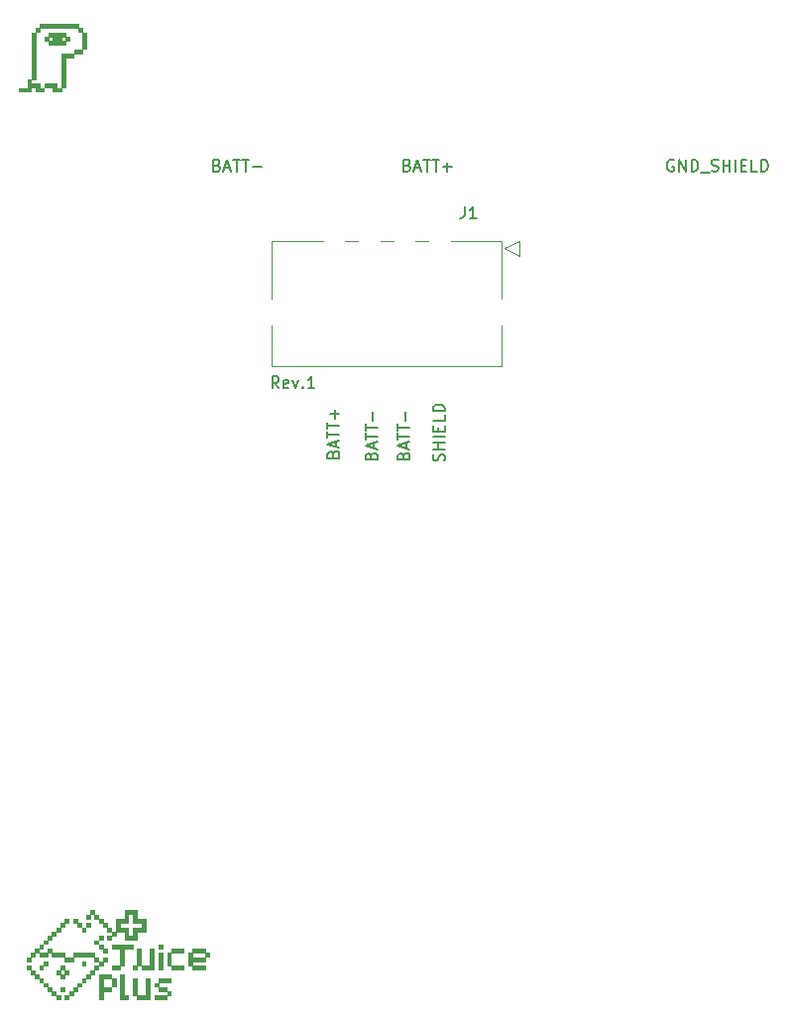
<source format=gto>
G04 #@! TF.GenerationSoftware,KiCad,Pcbnew,5.1.9+dfsg1-1+deb11u1*
G04 #@! TF.CreationDate,2023-02-14T20:28:48+09:00*
G04 #@! TF.ProjectId,zenfone-max-m2-battery-breakout,7a656e66-6f6e-4652-9d6d-61782d6d322d,rev?*
G04 #@! TF.SameCoordinates,Original*
G04 #@! TF.FileFunction,Legend,Top*
G04 #@! TF.FilePolarity,Positive*
%FSLAX46Y46*%
G04 Gerber Fmt 4.6, Leading zero omitted, Abs format (unit mm)*
G04 Created by KiCad (PCBNEW 5.1.9+dfsg1-1+deb11u1) date 2023-02-14 20:28:48*
%MOMM*%
%LPD*%
G01*
G04 APERTURE LIST*
%ADD10C,0.150000*%
%ADD11C,0.010000*%
%ADD12C,0.120000*%
%ADD13R,1.270000X2.919999*%
%ADD14R,3.430001X1.650000*%
%ADD15R,4.000000X2.000000*%
G04 APERTURE END LIST*
D10*
X165785714Y-83702380D02*
X165452380Y-83226190D01*
X165214285Y-83702380D02*
X165214285Y-82702380D01*
X165595238Y-82702380D01*
X165690476Y-82750000D01*
X165738095Y-82797619D01*
X165785714Y-82892857D01*
X165785714Y-83035714D01*
X165738095Y-83130952D01*
X165690476Y-83178571D01*
X165595238Y-83226190D01*
X165214285Y-83226190D01*
X166595238Y-83654761D02*
X166500000Y-83702380D01*
X166309523Y-83702380D01*
X166214285Y-83654761D01*
X166166666Y-83559523D01*
X166166666Y-83178571D01*
X166214285Y-83083333D01*
X166309523Y-83035714D01*
X166500000Y-83035714D01*
X166595238Y-83083333D01*
X166642857Y-83178571D01*
X166642857Y-83273809D01*
X166166666Y-83369047D01*
X166976190Y-83035714D02*
X167214285Y-83702380D01*
X167452380Y-83035714D01*
X167833333Y-83607142D02*
X167880952Y-83654761D01*
X167833333Y-83702380D01*
X167785714Y-83654761D01*
X167833333Y-83607142D01*
X167833333Y-83702380D01*
X168833333Y-83702380D02*
X168261904Y-83702380D01*
X168547619Y-83702380D02*
X168547619Y-82702380D01*
X168452380Y-82845238D01*
X168357142Y-82940476D01*
X168261904Y-82988095D01*
X179904761Y-89904761D02*
X179952380Y-89761904D01*
X179952380Y-89523809D01*
X179904761Y-89428571D01*
X179857142Y-89380952D01*
X179761904Y-89333333D01*
X179666666Y-89333333D01*
X179571428Y-89380952D01*
X179523809Y-89428571D01*
X179476190Y-89523809D01*
X179428571Y-89714285D01*
X179380952Y-89809523D01*
X179333333Y-89857142D01*
X179238095Y-89904761D01*
X179142857Y-89904761D01*
X179047619Y-89857142D01*
X179000000Y-89809523D01*
X178952380Y-89714285D01*
X178952380Y-89476190D01*
X179000000Y-89333333D01*
X179952380Y-88904761D02*
X178952380Y-88904761D01*
X179428571Y-88904761D02*
X179428571Y-88333333D01*
X179952380Y-88333333D02*
X178952380Y-88333333D01*
X179952380Y-87857142D02*
X178952380Y-87857142D01*
X179428571Y-87380952D02*
X179428571Y-87047619D01*
X179952380Y-86904761D02*
X179952380Y-87380952D01*
X178952380Y-87380952D01*
X178952380Y-86904761D01*
X179952380Y-86000000D02*
X179952380Y-86476190D01*
X178952380Y-86476190D01*
X179952380Y-85666666D02*
X178952380Y-85666666D01*
X178952380Y-85428571D01*
X179000000Y-85285714D01*
X179095238Y-85190476D01*
X179190476Y-85142857D01*
X179380952Y-85095238D01*
X179523809Y-85095238D01*
X179714285Y-85142857D01*
X179809523Y-85190476D01*
X179904761Y-85285714D01*
X179952380Y-85428571D01*
X179952380Y-85666666D01*
X176428571Y-89488095D02*
X176476190Y-89345238D01*
X176523809Y-89297619D01*
X176619047Y-89250000D01*
X176761904Y-89250000D01*
X176857142Y-89297619D01*
X176904761Y-89345238D01*
X176952380Y-89440476D01*
X176952380Y-89821428D01*
X175952380Y-89821428D01*
X175952380Y-89488095D01*
X176000000Y-89392857D01*
X176047619Y-89345238D01*
X176142857Y-89297619D01*
X176238095Y-89297619D01*
X176333333Y-89345238D01*
X176380952Y-89392857D01*
X176428571Y-89488095D01*
X176428571Y-89821428D01*
X176666666Y-88869047D02*
X176666666Y-88392857D01*
X176952380Y-88964285D02*
X175952380Y-88630952D01*
X176952380Y-88297619D01*
X175952380Y-88107142D02*
X175952380Y-87535714D01*
X176952380Y-87821428D02*
X175952380Y-87821428D01*
X175952380Y-87345238D02*
X175952380Y-86773809D01*
X176952380Y-87059523D02*
X175952380Y-87059523D01*
X176571428Y-86440476D02*
X176571428Y-85678571D01*
X173678571Y-89488095D02*
X173726190Y-89345238D01*
X173773809Y-89297619D01*
X173869047Y-89250000D01*
X174011904Y-89250000D01*
X174107142Y-89297619D01*
X174154761Y-89345238D01*
X174202380Y-89440476D01*
X174202380Y-89821428D01*
X173202380Y-89821428D01*
X173202380Y-89488095D01*
X173250000Y-89392857D01*
X173297619Y-89345238D01*
X173392857Y-89297619D01*
X173488095Y-89297619D01*
X173583333Y-89345238D01*
X173630952Y-89392857D01*
X173678571Y-89488095D01*
X173678571Y-89821428D01*
X173916666Y-88869047D02*
X173916666Y-88392857D01*
X174202380Y-88964285D02*
X173202380Y-88630952D01*
X174202380Y-88297619D01*
X173202380Y-88107142D02*
X173202380Y-87535714D01*
X174202380Y-87821428D02*
X173202380Y-87821428D01*
X173202380Y-87345238D02*
X173202380Y-86773809D01*
X174202380Y-87059523D02*
X173202380Y-87059523D01*
X173821428Y-86440476D02*
X173821428Y-85678571D01*
X170428571Y-89331071D02*
X170476190Y-89188214D01*
X170523809Y-89140595D01*
X170619047Y-89092976D01*
X170761904Y-89092976D01*
X170857142Y-89140595D01*
X170904761Y-89188214D01*
X170952380Y-89283452D01*
X170952380Y-89664404D01*
X169952380Y-89664404D01*
X169952380Y-89331071D01*
X170000000Y-89235833D01*
X170047619Y-89188214D01*
X170142857Y-89140595D01*
X170238095Y-89140595D01*
X170333333Y-89188214D01*
X170380952Y-89235833D01*
X170428571Y-89331071D01*
X170428571Y-89664404D01*
X170666666Y-88712023D02*
X170666666Y-88235833D01*
X170952380Y-88807261D02*
X169952380Y-88473928D01*
X170952380Y-88140595D01*
X169952380Y-87950119D02*
X169952380Y-87378690D01*
X170952380Y-87664404D02*
X169952380Y-87664404D01*
X169952380Y-87188214D02*
X169952380Y-86616785D01*
X170952380Y-86902500D02*
X169952380Y-86902500D01*
X170571428Y-86283452D02*
X170571428Y-85521547D01*
X170952380Y-85902500D02*
X170190476Y-85902500D01*
X199511904Y-64250000D02*
X199416666Y-64202380D01*
X199273809Y-64202380D01*
X199130952Y-64250000D01*
X199035714Y-64345238D01*
X198988095Y-64440476D01*
X198940476Y-64630952D01*
X198940476Y-64773809D01*
X198988095Y-64964285D01*
X199035714Y-65059523D01*
X199130952Y-65154761D01*
X199273809Y-65202380D01*
X199369047Y-65202380D01*
X199511904Y-65154761D01*
X199559523Y-65107142D01*
X199559523Y-64773809D01*
X199369047Y-64773809D01*
X199988095Y-65202380D02*
X199988095Y-64202380D01*
X200559523Y-65202380D01*
X200559523Y-64202380D01*
X201035714Y-65202380D02*
X201035714Y-64202380D01*
X201273809Y-64202380D01*
X201416666Y-64250000D01*
X201511904Y-64345238D01*
X201559523Y-64440476D01*
X201607142Y-64630952D01*
X201607142Y-64773809D01*
X201559523Y-64964285D01*
X201511904Y-65059523D01*
X201416666Y-65154761D01*
X201273809Y-65202380D01*
X201035714Y-65202380D01*
X201797619Y-65297619D02*
X202559523Y-65297619D01*
X202750000Y-65154761D02*
X202892857Y-65202380D01*
X203130952Y-65202380D01*
X203226190Y-65154761D01*
X203273809Y-65107142D01*
X203321428Y-65011904D01*
X203321428Y-64916666D01*
X203273809Y-64821428D01*
X203226190Y-64773809D01*
X203130952Y-64726190D01*
X202940476Y-64678571D01*
X202845238Y-64630952D01*
X202797619Y-64583333D01*
X202750000Y-64488095D01*
X202750000Y-64392857D01*
X202797619Y-64297619D01*
X202845238Y-64250000D01*
X202940476Y-64202380D01*
X203178571Y-64202380D01*
X203321428Y-64250000D01*
X203750000Y-65202380D02*
X203750000Y-64202380D01*
X203750000Y-64678571D02*
X204321428Y-64678571D01*
X204321428Y-65202380D02*
X204321428Y-64202380D01*
X204797619Y-65202380D02*
X204797619Y-64202380D01*
X205273809Y-64678571D02*
X205607142Y-64678571D01*
X205750000Y-65202380D02*
X205273809Y-65202380D01*
X205273809Y-64202380D01*
X205750000Y-64202380D01*
X206654761Y-65202380D02*
X206178571Y-65202380D01*
X206178571Y-64202380D01*
X206988095Y-65202380D02*
X206988095Y-64202380D01*
X207226190Y-64202380D01*
X207369047Y-64250000D01*
X207464285Y-64345238D01*
X207511904Y-64440476D01*
X207559523Y-64630952D01*
X207559523Y-64773809D01*
X207511904Y-64964285D01*
X207464285Y-65059523D01*
X207369047Y-65154761D01*
X207226190Y-65202380D01*
X206988095Y-65202380D01*
X160511904Y-64678571D02*
X160654761Y-64726190D01*
X160702380Y-64773809D01*
X160750000Y-64869047D01*
X160750000Y-65011904D01*
X160702380Y-65107142D01*
X160654761Y-65154761D01*
X160559523Y-65202380D01*
X160178571Y-65202380D01*
X160178571Y-64202380D01*
X160511904Y-64202380D01*
X160607142Y-64250000D01*
X160654761Y-64297619D01*
X160702380Y-64392857D01*
X160702380Y-64488095D01*
X160654761Y-64583333D01*
X160607142Y-64630952D01*
X160511904Y-64678571D01*
X160178571Y-64678571D01*
X161130952Y-64916666D02*
X161607142Y-64916666D01*
X161035714Y-65202380D02*
X161369047Y-64202380D01*
X161702380Y-65202380D01*
X161892857Y-64202380D02*
X162464285Y-64202380D01*
X162178571Y-65202380D02*
X162178571Y-64202380D01*
X162654761Y-64202380D02*
X163226190Y-64202380D01*
X162940476Y-65202380D02*
X162940476Y-64202380D01*
X163559523Y-64821428D02*
X164321428Y-64821428D01*
X176761904Y-64678571D02*
X176904761Y-64726190D01*
X176952380Y-64773809D01*
X177000000Y-64869047D01*
X177000000Y-65011904D01*
X176952380Y-65107142D01*
X176904761Y-65154761D01*
X176809523Y-65202380D01*
X176428571Y-65202380D01*
X176428571Y-64202380D01*
X176761904Y-64202380D01*
X176857142Y-64250000D01*
X176904761Y-64297619D01*
X176952380Y-64392857D01*
X176952380Y-64488095D01*
X176904761Y-64583333D01*
X176857142Y-64630952D01*
X176761904Y-64678571D01*
X176428571Y-64678571D01*
X177380952Y-64916666D02*
X177857142Y-64916666D01*
X177285714Y-65202380D02*
X177619047Y-64202380D01*
X177952380Y-65202380D01*
X178142857Y-64202380D02*
X178714285Y-64202380D01*
X178428571Y-65202380D02*
X178428571Y-64202380D01*
X178904761Y-64202380D02*
X179476190Y-64202380D01*
X179190476Y-65202380D02*
X179190476Y-64202380D01*
X179809523Y-64821428D02*
X180571428Y-64821428D01*
X180190476Y-65202380D02*
X180190476Y-64440476D01*
D11*
G36*
X143909200Y-58404066D02*
G01*
X143578999Y-58404066D01*
X143578999Y-58073866D01*
X143909200Y-58073866D01*
X143909200Y-58404066D01*
G37*
X143909200Y-58404066D02*
X143578999Y-58404066D01*
X143578999Y-58073866D01*
X143909200Y-58073866D01*
X143909200Y-58404066D01*
G36*
X144273266Y-58404066D02*
G01*
X143943066Y-58404066D01*
X143943066Y-58073866D01*
X144273266Y-58073866D01*
X144273266Y-58404066D01*
G37*
X144273266Y-58404066D02*
X143943066Y-58404066D01*
X143943066Y-58073866D01*
X144273266Y-58073866D01*
X144273266Y-58404066D01*
G36*
X144637333Y-58404066D02*
G01*
X144307133Y-58404066D01*
X144307133Y-58073866D01*
X144637333Y-58073866D01*
X144637333Y-58404066D01*
G37*
X144637333Y-58404066D02*
X144307133Y-58404066D01*
X144307133Y-58073866D01*
X144637333Y-58073866D01*
X144637333Y-58404066D01*
G36*
X145365466Y-58404066D02*
G01*
X145035266Y-58404066D01*
X145035266Y-58073866D01*
X145365466Y-58073866D01*
X145365466Y-58404066D01*
G37*
X145365466Y-58404066D02*
X145035266Y-58404066D01*
X145035266Y-58073866D01*
X145365466Y-58073866D01*
X145365466Y-58404066D01*
G36*
X145729533Y-58404066D02*
G01*
X145399333Y-58404066D01*
X145399333Y-58073866D01*
X145729533Y-58073866D01*
X145729533Y-58404066D01*
G37*
X145729533Y-58404066D02*
X145399333Y-58404066D01*
X145399333Y-58073866D01*
X145729533Y-58073866D01*
X145729533Y-58404066D01*
G36*
X146821733Y-58404066D02*
G01*
X146491533Y-58404066D01*
X146491533Y-58073866D01*
X146821733Y-58073866D01*
X146821733Y-58404066D01*
G37*
X146821733Y-58404066D02*
X146491533Y-58404066D01*
X146491533Y-58073866D01*
X146821733Y-58073866D01*
X146821733Y-58404066D01*
G36*
X147185799Y-58404066D02*
G01*
X146855599Y-58404066D01*
X146855599Y-58073866D01*
X147185799Y-58073866D01*
X147185799Y-58404066D01*
G37*
X147185799Y-58404066D02*
X146855599Y-58404066D01*
X146855599Y-58073866D01*
X147185799Y-58073866D01*
X147185799Y-58404066D01*
G36*
X144637333Y-58040000D02*
G01*
X144307133Y-58040000D01*
X144307133Y-57709800D01*
X144637333Y-57709800D01*
X144637333Y-58040000D01*
G37*
X144637333Y-58040000D02*
X144307133Y-58040000D01*
X144307133Y-57709800D01*
X144637333Y-57709800D01*
X144637333Y-58040000D01*
G36*
X145001399Y-58040000D02*
G01*
X144671200Y-58040000D01*
X144671200Y-57709800D01*
X145001399Y-57709800D01*
X145001399Y-58040000D01*
G37*
X145001399Y-58040000D02*
X144671200Y-58040000D01*
X144671200Y-57709800D01*
X145001399Y-57709800D01*
X145001399Y-58040000D01*
G36*
X145365466Y-58040000D02*
G01*
X145035266Y-58040000D01*
X145035266Y-57709800D01*
X145365466Y-57709800D01*
X145365466Y-58040000D01*
G37*
X145365466Y-58040000D02*
X145035266Y-58040000D01*
X145035266Y-57709800D01*
X145365466Y-57709800D01*
X145365466Y-58040000D01*
G36*
X146093600Y-58040000D02*
G01*
X145763400Y-58040000D01*
X145763400Y-57709800D01*
X146093600Y-57709800D01*
X146093600Y-58040000D01*
G37*
X146093600Y-58040000D02*
X145763400Y-58040000D01*
X145763400Y-57709800D01*
X146093600Y-57709800D01*
X146093600Y-58040000D01*
G36*
X146457666Y-58040000D02*
G01*
X146127466Y-58040000D01*
X146127466Y-57709800D01*
X146457666Y-57709800D01*
X146457666Y-58040000D01*
G37*
X146457666Y-58040000D02*
X146127466Y-58040000D01*
X146127466Y-57709800D01*
X146457666Y-57709800D01*
X146457666Y-58040000D01*
G36*
X146821733Y-58040000D02*
G01*
X146491533Y-58040000D01*
X146491533Y-57709800D01*
X146821733Y-57709800D01*
X146821733Y-58040000D01*
G37*
X146821733Y-58040000D02*
X146491533Y-58040000D01*
X146491533Y-57709800D01*
X146821733Y-57709800D01*
X146821733Y-58040000D01*
G36*
X147549866Y-58040000D02*
G01*
X147219666Y-58040000D01*
X147219666Y-57709800D01*
X147549866Y-57709800D01*
X147549866Y-58040000D01*
G37*
X147549866Y-58040000D02*
X147219666Y-58040000D01*
X147219666Y-57709800D01*
X147549866Y-57709800D01*
X147549866Y-58040000D01*
G36*
X144637333Y-57675933D02*
G01*
X144307133Y-57675933D01*
X144307133Y-57345733D01*
X144637333Y-57345733D01*
X144637333Y-57675933D01*
G37*
X144637333Y-57675933D02*
X144307133Y-57675933D01*
X144307133Y-57345733D01*
X144637333Y-57345733D01*
X144637333Y-57675933D01*
G36*
X147549866Y-57675933D02*
G01*
X147219666Y-57675933D01*
X147219666Y-57345733D01*
X147549866Y-57345733D01*
X147549866Y-57675933D01*
G37*
X147549866Y-57675933D02*
X147219666Y-57675933D01*
X147219666Y-57345733D01*
X147549866Y-57345733D01*
X147549866Y-57675933D01*
G36*
X145001399Y-57311866D02*
G01*
X144671200Y-57311866D01*
X144671200Y-56981666D01*
X145001399Y-56981666D01*
X145001399Y-57311866D01*
G37*
X145001399Y-57311866D02*
X144671200Y-57311866D01*
X144671200Y-56981666D01*
X145001399Y-56981666D01*
X145001399Y-57311866D01*
G36*
X147549866Y-57311866D02*
G01*
X147219666Y-57311866D01*
X147219666Y-56981666D01*
X147549866Y-56981666D01*
X147549866Y-57311866D01*
G37*
X147549866Y-57311866D02*
X147219666Y-57311866D01*
X147219666Y-56981666D01*
X147549866Y-56981666D01*
X147549866Y-57311866D01*
G36*
X145001399Y-56947800D02*
G01*
X144671200Y-56947800D01*
X144671200Y-56617600D01*
X145001399Y-56617600D01*
X145001399Y-56947800D01*
G37*
X145001399Y-56947800D02*
X144671200Y-56947800D01*
X144671200Y-56617600D01*
X145001399Y-56617600D01*
X145001399Y-56947800D01*
G36*
X147549866Y-56947800D02*
G01*
X147219666Y-56947800D01*
X147219666Y-56617600D01*
X147549866Y-56617600D01*
X147549866Y-56947800D01*
G37*
X147549866Y-56947800D02*
X147219666Y-56947800D01*
X147219666Y-56617600D01*
X147549866Y-56617600D01*
X147549866Y-56947800D01*
G36*
X145001399Y-56583733D02*
G01*
X144671200Y-56583733D01*
X144671200Y-56253533D01*
X145001399Y-56253533D01*
X145001399Y-56583733D01*
G37*
X145001399Y-56583733D02*
X144671200Y-56583733D01*
X144671200Y-56253533D01*
X145001399Y-56253533D01*
X145001399Y-56583733D01*
G36*
X147549866Y-56583733D02*
G01*
X147219666Y-56583733D01*
X147219666Y-56253533D01*
X147549866Y-56253533D01*
X147549866Y-56583733D01*
G37*
X147549866Y-56583733D02*
X147219666Y-56583733D01*
X147219666Y-56253533D01*
X147549866Y-56253533D01*
X147549866Y-56583733D01*
G36*
X145001399Y-56219666D02*
G01*
X144671200Y-56219666D01*
X144671200Y-55889466D01*
X145001399Y-55889466D01*
X145001399Y-56219666D01*
G37*
X145001399Y-56219666D02*
X144671200Y-56219666D01*
X144671200Y-55889466D01*
X145001399Y-55889466D01*
X145001399Y-56219666D01*
G36*
X147549866Y-56219666D02*
G01*
X147219666Y-56219666D01*
X147219666Y-55889466D01*
X147549866Y-55889466D01*
X147549866Y-56219666D01*
G37*
X147549866Y-56219666D02*
X147219666Y-56219666D01*
X147219666Y-55889466D01*
X147549866Y-55889466D01*
X147549866Y-56219666D01*
G36*
X145001399Y-55855599D02*
G01*
X144671200Y-55855599D01*
X144671200Y-55525400D01*
X145001399Y-55525400D01*
X145001399Y-55855599D01*
G37*
X145001399Y-55855599D02*
X144671200Y-55855599D01*
X144671200Y-55525400D01*
X145001399Y-55525400D01*
X145001399Y-55855599D01*
G36*
X147549866Y-55855599D02*
G01*
X147219666Y-55855599D01*
X147219666Y-55525400D01*
X147549866Y-55525400D01*
X147549866Y-55855599D01*
G37*
X147549866Y-55855599D02*
X147219666Y-55855599D01*
X147219666Y-55525400D01*
X147549866Y-55525400D01*
X147549866Y-55855599D01*
G36*
X145001399Y-55491533D02*
G01*
X144671200Y-55491533D01*
X144671200Y-55161333D01*
X145001399Y-55161333D01*
X145001399Y-55491533D01*
G37*
X145001399Y-55491533D02*
X144671200Y-55491533D01*
X144671200Y-55161333D01*
X145001399Y-55161333D01*
X145001399Y-55491533D01*
G36*
X147549866Y-55491533D02*
G01*
X147219666Y-55491533D01*
X147219666Y-55161333D01*
X147549866Y-55161333D01*
X147549866Y-55491533D01*
G37*
X147549866Y-55491533D02*
X147219666Y-55491533D01*
X147219666Y-55161333D01*
X147549866Y-55161333D01*
X147549866Y-55491533D01*
G36*
X147913933Y-55491533D02*
G01*
X147583733Y-55491533D01*
X147583733Y-55161333D01*
X147913933Y-55161333D01*
X147913933Y-55491533D01*
G37*
X147913933Y-55491533D02*
X147583733Y-55491533D01*
X147583733Y-55161333D01*
X147913933Y-55161333D01*
X147913933Y-55491533D01*
G36*
X148278000Y-55491533D02*
G01*
X147947800Y-55491533D01*
X147947800Y-55161333D01*
X148278000Y-55161333D01*
X148278000Y-55491533D01*
G37*
X148278000Y-55491533D02*
X147947800Y-55491533D01*
X147947800Y-55161333D01*
X148278000Y-55161333D01*
X148278000Y-55491533D01*
G36*
X145001399Y-55127466D02*
G01*
X144671200Y-55127466D01*
X144671200Y-54797266D01*
X145001399Y-54797266D01*
X145001399Y-55127466D01*
G37*
X145001399Y-55127466D02*
X144671200Y-55127466D01*
X144671200Y-54797266D01*
X145001399Y-54797266D01*
X145001399Y-55127466D01*
G36*
X148642066Y-55127466D02*
G01*
X148311866Y-55127466D01*
X148311866Y-54797266D01*
X148642066Y-54797266D01*
X148642066Y-55127466D01*
G37*
X148642066Y-55127466D02*
X148311866Y-55127466D01*
X148311866Y-54797266D01*
X148642066Y-54797266D01*
X148642066Y-55127466D01*
G36*
X149006133Y-55127466D02*
G01*
X148675933Y-55127466D01*
X148675933Y-54797266D01*
X149006133Y-54797266D01*
X149006133Y-55127466D01*
G37*
X149006133Y-55127466D02*
X148675933Y-55127466D01*
X148675933Y-54797266D01*
X149006133Y-54797266D01*
X149006133Y-55127466D01*
G36*
X145001399Y-54763400D02*
G01*
X144671200Y-54763400D01*
X144671200Y-54433200D01*
X145001399Y-54433200D01*
X145001399Y-54763400D01*
G37*
X145001399Y-54763400D02*
X144671200Y-54763400D01*
X144671200Y-54433200D01*
X145001399Y-54433200D01*
X145001399Y-54763400D01*
G36*
X149370200Y-54763400D02*
G01*
X149040000Y-54763400D01*
X149040000Y-54433200D01*
X149370200Y-54433200D01*
X149370200Y-54763400D01*
G37*
X149370200Y-54763400D02*
X149040000Y-54763400D01*
X149040000Y-54433200D01*
X149370200Y-54433200D01*
X149370200Y-54763400D01*
G36*
X145001399Y-54399333D02*
G01*
X144671200Y-54399333D01*
X144671200Y-54069133D01*
X145001399Y-54069133D01*
X145001399Y-54399333D01*
G37*
X145001399Y-54399333D02*
X144671200Y-54399333D01*
X144671200Y-54069133D01*
X145001399Y-54069133D01*
X145001399Y-54399333D01*
G36*
X146457666Y-54399333D02*
G01*
X146127466Y-54399333D01*
X146127466Y-54069133D01*
X146457666Y-54069133D01*
X146457666Y-54399333D01*
G37*
X146457666Y-54399333D02*
X146127466Y-54399333D01*
X146127466Y-54069133D01*
X146457666Y-54069133D01*
X146457666Y-54399333D01*
G36*
X146821733Y-54399333D02*
G01*
X146491533Y-54399333D01*
X146491533Y-54069133D01*
X146821733Y-54069133D01*
X146821733Y-54399333D01*
G37*
X146821733Y-54399333D02*
X146491533Y-54399333D01*
X146491533Y-54069133D01*
X146821733Y-54069133D01*
X146821733Y-54399333D01*
G36*
X147185799Y-54399333D02*
G01*
X146855599Y-54399333D01*
X146855599Y-54069133D01*
X147185799Y-54069133D01*
X147185799Y-54399333D01*
G37*
X147185799Y-54399333D02*
X146855599Y-54399333D01*
X146855599Y-54069133D01*
X147185799Y-54069133D01*
X147185799Y-54399333D01*
G36*
X147549866Y-54399333D02*
G01*
X147219666Y-54399333D01*
X147219666Y-54069133D01*
X147549866Y-54069133D01*
X147549866Y-54399333D01*
G37*
X147549866Y-54399333D02*
X147219666Y-54399333D01*
X147219666Y-54069133D01*
X147549866Y-54069133D01*
X147549866Y-54399333D01*
G36*
X149370200Y-54399333D02*
G01*
X149040000Y-54399333D01*
X149040000Y-54069133D01*
X149370200Y-54069133D01*
X149370200Y-54399333D01*
G37*
X149370200Y-54399333D02*
X149040000Y-54399333D01*
X149040000Y-54069133D01*
X149370200Y-54069133D01*
X149370200Y-54399333D01*
G36*
X145001399Y-54035266D02*
G01*
X144671200Y-54035266D01*
X144671200Y-53705066D01*
X145001399Y-53705066D01*
X145001399Y-54035266D01*
G37*
X145001399Y-54035266D02*
X144671200Y-54035266D01*
X144671200Y-53705066D01*
X145001399Y-53705066D01*
X145001399Y-54035266D01*
G36*
X146093600Y-54035266D02*
G01*
X145763400Y-54035266D01*
X145763400Y-53705066D01*
X146093600Y-53705066D01*
X146093600Y-54035266D01*
G37*
X146093600Y-54035266D02*
X145763400Y-54035266D01*
X145763400Y-53705066D01*
X146093600Y-53705066D01*
X146093600Y-54035266D01*
G36*
X146821733Y-54035266D02*
G01*
X146491533Y-54035266D01*
X146491533Y-53705066D01*
X146821733Y-53705066D01*
X146821733Y-54035266D01*
G37*
X146821733Y-54035266D02*
X146491533Y-54035266D01*
X146491533Y-53705066D01*
X146821733Y-53705066D01*
X146821733Y-54035266D01*
G36*
X147185799Y-54035266D02*
G01*
X146855599Y-54035266D01*
X146855599Y-53705066D01*
X147185799Y-53705066D01*
X147185799Y-54035266D01*
G37*
X147185799Y-54035266D02*
X146855599Y-54035266D01*
X146855599Y-53705066D01*
X147185799Y-53705066D01*
X147185799Y-54035266D01*
G36*
X147913933Y-54035266D02*
G01*
X147583733Y-54035266D01*
X147583733Y-53705066D01*
X147913933Y-53705066D01*
X147913933Y-54035266D01*
G37*
X147913933Y-54035266D02*
X147583733Y-54035266D01*
X147583733Y-53705066D01*
X147913933Y-53705066D01*
X147913933Y-54035266D01*
G36*
X149370200Y-54035266D02*
G01*
X149040000Y-54035266D01*
X149040000Y-53705066D01*
X149370200Y-53705066D01*
X149370200Y-54035266D01*
G37*
X149370200Y-54035266D02*
X149040000Y-54035266D01*
X149040000Y-53705066D01*
X149370200Y-53705066D01*
X149370200Y-54035266D01*
G36*
X145001399Y-53671200D02*
G01*
X144671200Y-53671200D01*
X144671200Y-53340999D01*
X145001399Y-53340999D01*
X145001399Y-53671200D01*
G37*
X145001399Y-53671200D02*
X144671200Y-53671200D01*
X144671200Y-53340999D01*
X145001399Y-53340999D01*
X145001399Y-53671200D01*
G36*
X146457666Y-53671200D02*
G01*
X146127466Y-53671200D01*
X146127466Y-53340999D01*
X146457666Y-53340999D01*
X146457666Y-53671200D01*
G37*
X146457666Y-53671200D02*
X146127466Y-53671200D01*
X146127466Y-53340999D01*
X146457666Y-53340999D01*
X146457666Y-53671200D01*
G36*
X146821733Y-53671200D02*
G01*
X146491533Y-53671200D01*
X146491533Y-53340999D01*
X146821733Y-53340999D01*
X146821733Y-53671200D01*
G37*
X146821733Y-53671200D02*
X146491533Y-53671200D01*
X146491533Y-53340999D01*
X146821733Y-53340999D01*
X146821733Y-53671200D01*
G36*
X147185799Y-53671200D02*
G01*
X146855599Y-53671200D01*
X146855599Y-53340999D01*
X147185799Y-53340999D01*
X147185799Y-53671200D01*
G37*
X147185799Y-53671200D02*
X146855599Y-53671200D01*
X146855599Y-53340999D01*
X147185799Y-53340999D01*
X147185799Y-53671200D01*
G36*
X147549866Y-53671200D02*
G01*
X147219666Y-53671200D01*
X147219666Y-53340999D01*
X147549866Y-53340999D01*
X147549866Y-53671200D01*
G37*
X147549866Y-53671200D02*
X147219666Y-53671200D01*
X147219666Y-53340999D01*
X147549866Y-53340999D01*
X147549866Y-53671200D01*
G36*
X149370200Y-53671200D02*
G01*
X149040000Y-53671200D01*
X149040000Y-53340999D01*
X149370200Y-53340999D01*
X149370200Y-53671200D01*
G37*
X149370200Y-53671200D02*
X149040000Y-53671200D01*
X149040000Y-53340999D01*
X149370200Y-53340999D01*
X149370200Y-53671200D01*
G36*
X145365466Y-53307133D02*
G01*
X145035266Y-53307133D01*
X145035266Y-52976933D01*
X145365466Y-52976933D01*
X145365466Y-53307133D01*
G37*
X145365466Y-53307133D02*
X145035266Y-53307133D01*
X145035266Y-52976933D01*
X145365466Y-52976933D01*
X145365466Y-53307133D01*
G36*
X149006133Y-53307133D02*
G01*
X148675933Y-53307133D01*
X148675933Y-52976933D01*
X149006133Y-52976933D01*
X149006133Y-53307133D01*
G37*
X149006133Y-53307133D02*
X148675933Y-53307133D01*
X148675933Y-52976933D01*
X149006133Y-52976933D01*
X149006133Y-53307133D01*
G36*
X145729533Y-52943066D02*
G01*
X145399333Y-52943066D01*
X145399333Y-52612866D01*
X145729533Y-52612866D01*
X145729533Y-52943066D01*
G37*
X145729533Y-52943066D02*
X145399333Y-52943066D01*
X145399333Y-52612866D01*
X145729533Y-52612866D01*
X145729533Y-52943066D01*
G36*
X146093600Y-52943066D02*
G01*
X145763400Y-52943066D01*
X145763400Y-52612866D01*
X146093600Y-52612866D01*
X146093600Y-52943066D01*
G37*
X146093600Y-52943066D02*
X145763400Y-52943066D01*
X145763400Y-52612866D01*
X146093600Y-52612866D01*
X146093600Y-52943066D01*
G36*
X146457666Y-52943066D02*
G01*
X146127466Y-52943066D01*
X146127466Y-52612866D01*
X146457666Y-52612866D01*
X146457666Y-52943066D01*
G37*
X146457666Y-52943066D02*
X146127466Y-52943066D01*
X146127466Y-52612866D01*
X146457666Y-52612866D01*
X146457666Y-52943066D01*
G36*
X146821733Y-52943066D02*
G01*
X146491533Y-52943066D01*
X146491533Y-52612866D01*
X146821733Y-52612866D01*
X146821733Y-52943066D01*
G37*
X146821733Y-52943066D02*
X146491533Y-52943066D01*
X146491533Y-52612866D01*
X146821733Y-52612866D01*
X146821733Y-52943066D01*
G36*
X147185799Y-52943066D02*
G01*
X146855599Y-52943066D01*
X146855599Y-52612866D01*
X147185799Y-52612866D01*
X147185799Y-52943066D01*
G37*
X147185799Y-52943066D02*
X146855599Y-52943066D01*
X146855599Y-52612866D01*
X147185799Y-52612866D01*
X147185799Y-52943066D01*
G36*
X147549866Y-52943066D02*
G01*
X147219666Y-52943066D01*
X147219666Y-52612866D01*
X147549866Y-52612866D01*
X147549866Y-52943066D01*
G37*
X147549866Y-52943066D02*
X147219666Y-52943066D01*
X147219666Y-52612866D01*
X147549866Y-52612866D01*
X147549866Y-52943066D01*
G36*
X147913933Y-52943066D02*
G01*
X147583733Y-52943066D01*
X147583733Y-52612866D01*
X147913933Y-52612866D01*
X147913933Y-52943066D01*
G37*
X147913933Y-52943066D02*
X147583733Y-52943066D01*
X147583733Y-52612866D01*
X147913933Y-52612866D01*
X147913933Y-52943066D01*
G36*
X148278000Y-52943066D02*
G01*
X147947800Y-52943066D01*
X147947800Y-52612866D01*
X148278000Y-52612866D01*
X148278000Y-52943066D01*
G37*
X148278000Y-52943066D02*
X147947800Y-52943066D01*
X147947800Y-52612866D01*
X148278000Y-52612866D01*
X148278000Y-52943066D01*
G36*
X148642066Y-52943066D02*
G01*
X148311866Y-52943066D01*
X148311866Y-52612866D01*
X148642066Y-52612866D01*
X148642066Y-52943066D01*
G37*
X148642066Y-52943066D02*
X148311866Y-52943066D01*
X148311866Y-52612866D01*
X148642066Y-52612866D01*
X148642066Y-52943066D01*
G36*
X147106267Y-135869267D02*
G01*
X146776067Y-135869267D01*
X146776067Y-135539067D01*
X147106267Y-135539067D01*
X147106267Y-135869267D01*
G37*
X147106267Y-135869267D02*
X146776067Y-135869267D01*
X146776067Y-135539067D01*
X147106267Y-135539067D01*
X147106267Y-135869267D01*
G36*
X147834400Y-135869267D02*
G01*
X147504200Y-135869267D01*
X147504200Y-135539067D01*
X147834400Y-135539067D01*
X147834400Y-135869267D01*
G37*
X147834400Y-135869267D02*
X147504200Y-135869267D01*
X147504200Y-135539067D01*
X147834400Y-135539067D01*
X147834400Y-135869267D01*
G36*
X150746933Y-135869267D02*
G01*
X150416733Y-135869267D01*
X150416733Y-135539067D01*
X150746933Y-135539067D01*
X150746933Y-135869267D01*
G37*
X150746933Y-135869267D02*
X150416733Y-135869267D01*
X150416733Y-135539067D01*
X150746933Y-135539067D01*
X150746933Y-135869267D01*
G36*
X152567267Y-135869267D02*
G01*
X152237067Y-135869267D01*
X152237067Y-135539067D01*
X152567267Y-135539067D01*
X152567267Y-135869267D01*
G37*
X152567267Y-135869267D02*
X152237067Y-135869267D01*
X152237067Y-135539067D01*
X152567267Y-135539067D01*
X152567267Y-135869267D01*
G36*
X152931334Y-135869267D02*
G01*
X152601134Y-135869267D01*
X152601134Y-135539067D01*
X152931334Y-135539067D01*
X152931334Y-135869267D01*
G37*
X152931334Y-135869267D02*
X152601134Y-135869267D01*
X152601134Y-135539067D01*
X152931334Y-135539067D01*
X152931334Y-135869267D01*
G36*
X154023534Y-135869267D02*
G01*
X153693334Y-135869267D01*
X153693334Y-135539067D01*
X154023534Y-135539067D01*
X154023534Y-135869267D01*
G37*
X154023534Y-135869267D02*
X153693334Y-135869267D01*
X153693334Y-135539067D01*
X154023534Y-135539067D01*
X154023534Y-135869267D01*
G36*
X154387600Y-135869267D02*
G01*
X154057400Y-135869267D01*
X154057400Y-135539067D01*
X154387600Y-135539067D01*
X154387600Y-135869267D01*
G37*
X154387600Y-135869267D02*
X154057400Y-135869267D01*
X154057400Y-135539067D01*
X154387600Y-135539067D01*
X154387600Y-135869267D01*
G36*
X154751667Y-135869267D02*
G01*
X154421467Y-135869267D01*
X154421467Y-135539067D01*
X154751667Y-135539067D01*
X154751667Y-135869267D01*
G37*
X154751667Y-135869267D02*
X154421467Y-135869267D01*
X154421467Y-135539067D01*
X154751667Y-135539067D01*
X154751667Y-135869267D01*
G36*
X155479800Y-135869267D02*
G01*
X155149600Y-135869267D01*
X155149600Y-135539067D01*
X155479800Y-135539067D01*
X155479800Y-135869267D01*
G37*
X155479800Y-135869267D02*
X155149600Y-135869267D01*
X155149600Y-135539067D01*
X155479800Y-135539067D01*
X155479800Y-135869267D01*
G36*
X155843867Y-135869267D02*
G01*
X155513667Y-135869267D01*
X155513667Y-135539067D01*
X155843867Y-135539067D01*
X155843867Y-135869267D01*
G37*
X155843867Y-135869267D02*
X155513667Y-135869267D01*
X155513667Y-135539067D01*
X155843867Y-135539067D01*
X155843867Y-135869267D01*
G36*
X156207934Y-135869267D02*
G01*
X155877734Y-135869267D01*
X155877734Y-135539067D01*
X156207934Y-135539067D01*
X156207934Y-135869267D01*
G37*
X156207934Y-135869267D02*
X155877734Y-135869267D01*
X155877734Y-135539067D01*
X156207934Y-135539067D01*
X156207934Y-135869267D01*
G36*
X146742200Y-135505200D02*
G01*
X146412000Y-135505200D01*
X146412000Y-135175000D01*
X146742200Y-135175000D01*
X146742200Y-135505200D01*
G37*
X146742200Y-135505200D02*
X146412000Y-135505200D01*
X146412000Y-135175000D01*
X146742200Y-135175000D01*
X146742200Y-135505200D01*
G36*
X148198467Y-135505200D02*
G01*
X147868267Y-135505200D01*
X147868267Y-135175000D01*
X148198467Y-135175000D01*
X148198467Y-135505200D01*
G37*
X148198467Y-135505200D02*
X147868267Y-135505200D01*
X147868267Y-135175000D01*
X148198467Y-135175000D01*
X148198467Y-135505200D01*
G36*
X150746933Y-135505200D02*
G01*
X150416733Y-135505200D01*
X150416733Y-135175000D01*
X150746933Y-135175000D01*
X150746933Y-135505200D01*
G37*
X150746933Y-135505200D02*
X150416733Y-135505200D01*
X150416733Y-135175000D01*
X150746933Y-135175000D01*
X150746933Y-135505200D01*
G36*
X152567267Y-135505200D02*
G01*
X152237067Y-135505200D01*
X152237067Y-135175000D01*
X152567267Y-135175000D01*
X152567267Y-135505200D01*
G37*
X152567267Y-135505200D02*
X152237067Y-135505200D01*
X152237067Y-135175000D01*
X152567267Y-135175000D01*
X152567267Y-135505200D01*
G36*
X153659467Y-135505200D02*
G01*
X153329267Y-135505200D01*
X153329267Y-135175000D01*
X153659467Y-135175000D01*
X153659467Y-135505200D01*
G37*
X153659467Y-135505200D02*
X153329267Y-135505200D01*
X153329267Y-135175000D01*
X153659467Y-135175000D01*
X153659467Y-135505200D01*
G36*
X154751667Y-135505200D02*
G01*
X154421467Y-135505200D01*
X154421467Y-135175000D01*
X154751667Y-135175000D01*
X154751667Y-135505200D01*
G37*
X154751667Y-135505200D02*
X154421467Y-135505200D01*
X154421467Y-135175000D01*
X154751667Y-135175000D01*
X154751667Y-135505200D01*
G36*
X156572000Y-135505200D02*
G01*
X156241800Y-135505200D01*
X156241800Y-135175000D01*
X156572000Y-135175000D01*
X156572000Y-135505200D01*
G37*
X156572000Y-135505200D02*
X156241800Y-135505200D01*
X156241800Y-135175000D01*
X156572000Y-135175000D01*
X156572000Y-135505200D01*
G36*
X146378134Y-135141133D02*
G01*
X146047934Y-135141133D01*
X146047934Y-134810933D01*
X146378134Y-134810933D01*
X146378134Y-135141133D01*
G37*
X146378134Y-135141133D02*
X146047934Y-135141133D01*
X146047934Y-134810933D01*
X146378134Y-134810933D01*
X146378134Y-135141133D01*
G36*
X147470333Y-135141133D02*
G01*
X147140133Y-135141133D01*
X147140133Y-134810933D01*
X147470333Y-134810933D01*
X147470333Y-135141133D01*
G37*
X147470333Y-135141133D02*
X147140133Y-135141133D01*
X147140133Y-134810933D01*
X147470333Y-134810933D01*
X147470333Y-135141133D01*
G36*
X148562534Y-135141133D02*
G01*
X148232334Y-135141133D01*
X148232334Y-134810933D01*
X148562534Y-134810933D01*
X148562534Y-135141133D01*
G37*
X148562534Y-135141133D02*
X148232334Y-135141133D01*
X148232334Y-134810933D01*
X148562534Y-134810933D01*
X148562534Y-135141133D01*
G36*
X150746933Y-135141133D02*
G01*
X150416733Y-135141133D01*
X150416733Y-134810933D01*
X150746933Y-134810933D01*
X150746933Y-135141133D01*
G37*
X150746933Y-135141133D02*
X150416733Y-135141133D01*
X150416733Y-134810933D01*
X150746933Y-134810933D01*
X150746933Y-135141133D01*
G36*
X151111000Y-135141133D02*
G01*
X150780800Y-135141133D01*
X150780800Y-134810933D01*
X151111000Y-134810933D01*
X151111000Y-135141133D01*
G37*
X151111000Y-135141133D02*
X150780800Y-135141133D01*
X150780800Y-134810933D01*
X151111000Y-134810933D01*
X151111000Y-135141133D01*
G36*
X151475067Y-135141133D02*
G01*
X151144867Y-135141133D01*
X151144867Y-134810933D01*
X151475067Y-134810933D01*
X151475067Y-135141133D01*
G37*
X151475067Y-135141133D02*
X151144867Y-135141133D01*
X151144867Y-134810933D01*
X151475067Y-134810933D01*
X151475067Y-135141133D01*
G36*
X152567267Y-135141133D02*
G01*
X152237067Y-135141133D01*
X152237067Y-134810933D01*
X152567267Y-134810933D01*
X152567267Y-135141133D01*
G37*
X152567267Y-135141133D02*
X152237067Y-135141133D01*
X152237067Y-134810933D01*
X152567267Y-134810933D01*
X152567267Y-135141133D01*
G36*
X153659467Y-135141133D02*
G01*
X153329267Y-135141133D01*
X153329267Y-134810933D01*
X153659467Y-134810933D01*
X153659467Y-135141133D01*
G37*
X153659467Y-135141133D02*
X153329267Y-135141133D01*
X153329267Y-134810933D01*
X153659467Y-134810933D01*
X153659467Y-135141133D01*
G36*
X154751667Y-135141133D02*
G01*
X154421467Y-135141133D01*
X154421467Y-134810933D01*
X154751667Y-134810933D01*
X154751667Y-135141133D01*
G37*
X154751667Y-135141133D02*
X154421467Y-135141133D01*
X154421467Y-134810933D01*
X154751667Y-134810933D01*
X154751667Y-135141133D01*
G36*
X155843867Y-135141133D02*
G01*
X155513667Y-135141133D01*
X155513667Y-134810933D01*
X155843867Y-134810933D01*
X155843867Y-135141133D01*
G37*
X155843867Y-135141133D02*
X155513667Y-135141133D01*
X155513667Y-134810933D01*
X155843867Y-134810933D01*
X155843867Y-135141133D01*
G36*
X156207934Y-135141133D02*
G01*
X155877734Y-135141133D01*
X155877734Y-134810933D01*
X156207934Y-134810933D01*
X156207934Y-135141133D01*
G37*
X156207934Y-135141133D02*
X155877734Y-135141133D01*
X155877734Y-134810933D01*
X156207934Y-134810933D01*
X156207934Y-135141133D01*
G36*
X146014067Y-134777067D02*
G01*
X145683867Y-134777067D01*
X145683867Y-134446867D01*
X146014067Y-134446867D01*
X146014067Y-134777067D01*
G37*
X146014067Y-134777067D02*
X145683867Y-134777067D01*
X145683867Y-134446867D01*
X146014067Y-134446867D01*
X146014067Y-134777067D01*
G36*
X148926600Y-134777067D02*
G01*
X148596400Y-134777067D01*
X148596400Y-134446867D01*
X148926600Y-134446867D01*
X148926600Y-134777067D01*
G37*
X148926600Y-134777067D02*
X148596400Y-134777067D01*
X148596400Y-134446867D01*
X148926600Y-134446867D01*
X148926600Y-134777067D01*
G36*
X150746933Y-134777067D02*
G01*
X150416733Y-134777067D01*
X150416733Y-134446867D01*
X150746933Y-134446867D01*
X150746933Y-134777067D01*
G37*
X150746933Y-134777067D02*
X150416733Y-134777067D01*
X150416733Y-134446867D01*
X150746933Y-134446867D01*
X150746933Y-134777067D01*
G36*
X151839133Y-134777067D02*
G01*
X151508933Y-134777067D01*
X151508933Y-134446867D01*
X151839133Y-134446867D01*
X151839133Y-134777067D01*
G37*
X151839133Y-134777067D02*
X151508933Y-134777067D01*
X151508933Y-134446867D01*
X151839133Y-134446867D01*
X151839133Y-134777067D01*
G36*
X152567267Y-134777067D02*
G01*
X152237067Y-134777067D01*
X152237067Y-134446867D01*
X152567267Y-134446867D01*
X152567267Y-134777067D01*
G37*
X152567267Y-134777067D02*
X152237067Y-134777067D01*
X152237067Y-134446867D01*
X152567267Y-134446867D01*
X152567267Y-134777067D01*
G36*
X153659467Y-134777067D02*
G01*
X153329267Y-134777067D01*
X153329267Y-134446867D01*
X153659467Y-134446867D01*
X153659467Y-134777067D01*
G37*
X153659467Y-134777067D02*
X153329267Y-134777067D01*
X153329267Y-134446867D01*
X153659467Y-134446867D01*
X153659467Y-134777067D01*
G36*
X154751667Y-134777067D02*
G01*
X154421467Y-134777067D01*
X154421467Y-134446867D01*
X154751667Y-134446867D01*
X154751667Y-134777067D01*
G37*
X154751667Y-134777067D02*
X154421467Y-134777067D01*
X154421467Y-134446867D01*
X154751667Y-134446867D01*
X154751667Y-134777067D01*
G36*
X155479800Y-134777067D02*
G01*
X155149600Y-134777067D01*
X155149600Y-134446867D01*
X155479800Y-134446867D01*
X155479800Y-134777067D01*
G37*
X155479800Y-134777067D02*
X155149600Y-134777067D01*
X155149600Y-134446867D01*
X155479800Y-134446867D01*
X155479800Y-134777067D01*
G36*
X145650000Y-134413000D02*
G01*
X145319800Y-134413000D01*
X145319800Y-134082800D01*
X145650000Y-134082800D01*
X145650000Y-134413000D01*
G37*
X145650000Y-134413000D02*
X145319800Y-134413000D01*
X145319800Y-134082800D01*
X145650000Y-134082800D01*
X145650000Y-134413000D01*
G36*
X149290667Y-134413000D02*
G01*
X148960467Y-134413000D01*
X148960467Y-134082800D01*
X149290667Y-134082800D01*
X149290667Y-134413000D01*
G37*
X149290667Y-134413000D02*
X148960467Y-134413000D01*
X148960467Y-134082800D01*
X149290667Y-134082800D01*
X149290667Y-134413000D01*
G36*
X150746933Y-134413000D02*
G01*
X150416733Y-134413000D01*
X150416733Y-134082800D01*
X150746933Y-134082800D01*
X150746933Y-134413000D01*
G37*
X150746933Y-134413000D02*
X150416733Y-134413000D01*
X150416733Y-134082800D01*
X150746933Y-134082800D01*
X150746933Y-134413000D01*
G36*
X151839133Y-134413000D02*
G01*
X151508933Y-134413000D01*
X151508933Y-134082800D01*
X151839133Y-134082800D01*
X151839133Y-134413000D01*
G37*
X151839133Y-134413000D02*
X151508933Y-134413000D01*
X151508933Y-134082800D01*
X151839133Y-134082800D01*
X151839133Y-134413000D01*
G36*
X152567267Y-134413000D02*
G01*
X152237067Y-134413000D01*
X152237067Y-134082800D01*
X152567267Y-134082800D01*
X152567267Y-134413000D01*
G37*
X152567267Y-134413000D02*
X152237067Y-134413000D01*
X152237067Y-134082800D01*
X152567267Y-134082800D01*
X152567267Y-134413000D01*
G36*
X153659467Y-134413000D02*
G01*
X153329267Y-134413000D01*
X153329267Y-134082800D01*
X153659467Y-134082800D01*
X153659467Y-134413000D01*
G37*
X153659467Y-134413000D02*
X153329267Y-134413000D01*
X153329267Y-134082800D01*
X153659467Y-134082800D01*
X153659467Y-134413000D01*
G36*
X154751667Y-134413000D02*
G01*
X154421467Y-134413000D01*
X154421467Y-134082800D01*
X154751667Y-134082800D01*
X154751667Y-134413000D01*
G37*
X154751667Y-134413000D02*
X154421467Y-134413000D01*
X154421467Y-134082800D01*
X154751667Y-134082800D01*
X154751667Y-134413000D01*
G36*
X155843867Y-134413000D02*
G01*
X155513667Y-134413000D01*
X155513667Y-134082800D01*
X155843867Y-134082800D01*
X155843867Y-134413000D01*
G37*
X155843867Y-134413000D02*
X155513667Y-134413000D01*
X155513667Y-134082800D01*
X155843867Y-134082800D01*
X155843867Y-134413000D01*
G36*
X156207934Y-134413000D02*
G01*
X155877734Y-134413000D01*
X155877734Y-134082800D01*
X156207934Y-134082800D01*
X156207934Y-134413000D01*
G37*
X156207934Y-134413000D02*
X155877734Y-134413000D01*
X155877734Y-134082800D01*
X156207934Y-134082800D01*
X156207934Y-134413000D01*
G36*
X156572000Y-134413000D02*
G01*
X156241800Y-134413000D01*
X156241800Y-134082800D01*
X156572000Y-134082800D01*
X156572000Y-134413000D01*
G37*
X156572000Y-134413000D02*
X156241800Y-134413000D01*
X156241800Y-134082800D01*
X156572000Y-134082800D01*
X156572000Y-134413000D01*
G36*
X145285933Y-134048934D02*
G01*
X144955734Y-134048934D01*
X144955734Y-133718734D01*
X145285933Y-133718734D01*
X145285933Y-134048934D01*
G37*
X145285933Y-134048934D02*
X144955734Y-134048934D01*
X144955734Y-133718734D01*
X145285933Y-133718734D01*
X145285933Y-134048934D01*
G36*
X147470333Y-134048934D02*
G01*
X147140133Y-134048934D01*
X147140133Y-133718734D01*
X147470333Y-133718734D01*
X147470333Y-134048934D01*
G37*
X147470333Y-134048934D02*
X147140133Y-134048934D01*
X147140133Y-133718734D01*
X147470333Y-133718734D01*
X147470333Y-134048934D01*
G36*
X149654734Y-134048934D02*
G01*
X149324534Y-134048934D01*
X149324534Y-133718734D01*
X149654734Y-133718734D01*
X149654734Y-134048934D01*
G37*
X149654734Y-134048934D02*
X149324534Y-134048934D01*
X149324534Y-133718734D01*
X149654734Y-133718734D01*
X149654734Y-134048934D01*
G36*
X150746933Y-134048934D02*
G01*
X150416733Y-134048934D01*
X150416733Y-133718734D01*
X150746933Y-133718734D01*
X150746933Y-134048934D01*
G37*
X150746933Y-134048934D02*
X150416733Y-134048934D01*
X150416733Y-133718734D01*
X150746933Y-133718734D01*
X150746933Y-134048934D01*
G36*
X151111000Y-134048934D02*
G01*
X150780800Y-134048934D01*
X150780800Y-133718734D01*
X151111000Y-133718734D01*
X151111000Y-134048934D01*
G37*
X151111000Y-134048934D02*
X150780800Y-134048934D01*
X150780800Y-133718734D01*
X151111000Y-133718734D01*
X151111000Y-134048934D01*
G36*
X151475067Y-134048934D02*
G01*
X151144867Y-134048934D01*
X151144867Y-133718734D01*
X151475067Y-133718734D01*
X151475067Y-134048934D01*
G37*
X151475067Y-134048934D02*
X151144867Y-134048934D01*
X151144867Y-133718734D01*
X151475067Y-133718734D01*
X151475067Y-134048934D01*
G36*
X152567267Y-134048934D02*
G01*
X152237067Y-134048934D01*
X152237067Y-133718734D01*
X152567267Y-133718734D01*
X152567267Y-134048934D01*
G37*
X152567267Y-134048934D02*
X152237067Y-134048934D01*
X152237067Y-133718734D01*
X152567267Y-133718734D01*
X152567267Y-134048934D01*
G36*
X144921867Y-133684867D02*
G01*
X144591667Y-133684867D01*
X144591667Y-133354667D01*
X144921867Y-133354667D01*
X144921867Y-133684867D01*
G37*
X144921867Y-133684867D02*
X144591667Y-133684867D01*
X144591667Y-133354667D01*
X144921867Y-133354667D01*
X144921867Y-133684867D01*
G36*
X147106267Y-133684867D02*
G01*
X146776067Y-133684867D01*
X146776067Y-133354667D01*
X147106267Y-133354667D01*
X147106267Y-133684867D01*
G37*
X147106267Y-133684867D02*
X146776067Y-133684867D01*
X146776067Y-133354667D01*
X147106267Y-133354667D01*
X147106267Y-133684867D01*
G36*
X147834400Y-133684867D02*
G01*
X147504200Y-133684867D01*
X147504200Y-133354667D01*
X147834400Y-133354667D01*
X147834400Y-133684867D01*
G37*
X147834400Y-133684867D02*
X147504200Y-133684867D01*
X147504200Y-133354667D01*
X147834400Y-133354667D01*
X147834400Y-133684867D01*
G36*
X150018800Y-133684867D02*
G01*
X149688600Y-133684867D01*
X149688600Y-133354667D01*
X150018800Y-133354667D01*
X150018800Y-133684867D01*
G37*
X150018800Y-133684867D02*
X149688600Y-133684867D01*
X149688600Y-133354667D01*
X150018800Y-133354667D01*
X150018800Y-133684867D01*
G36*
X144557800Y-133320800D02*
G01*
X144227600Y-133320800D01*
X144227600Y-132990600D01*
X144557800Y-132990600D01*
X144557800Y-133320800D01*
G37*
X144557800Y-133320800D02*
X144227600Y-133320800D01*
X144227600Y-132990600D01*
X144557800Y-132990600D01*
X144557800Y-133320800D01*
G36*
X145650000Y-133320800D02*
G01*
X145319800Y-133320800D01*
X145319800Y-132990600D01*
X145650000Y-132990600D01*
X145650000Y-133320800D01*
G37*
X145650000Y-133320800D02*
X145319800Y-133320800D01*
X145319800Y-132990600D01*
X145650000Y-132990600D01*
X145650000Y-133320800D01*
G36*
X147470333Y-133320800D02*
G01*
X147140133Y-133320800D01*
X147140133Y-132990600D01*
X147470333Y-132990600D01*
X147470333Y-133320800D01*
G37*
X147470333Y-133320800D02*
X147140133Y-133320800D01*
X147140133Y-132990600D01*
X147470333Y-132990600D01*
X147470333Y-133320800D01*
G36*
X150382867Y-133320800D02*
G01*
X150052667Y-133320800D01*
X150052667Y-132990600D01*
X150382867Y-132990600D01*
X150382867Y-133320800D01*
G37*
X150382867Y-133320800D02*
X150052667Y-133320800D01*
X150052667Y-132990600D01*
X150382867Y-132990600D01*
X150382867Y-133320800D01*
G36*
X151839133Y-133320800D02*
G01*
X151508933Y-133320800D01*
X151508933Y-132990600D01*
X151839133Y-132990600D01*
X151839133Y-133320800D01*
G37*
X151839133Y-133320800D02*
X151508933Y-133320800D01*
X151508933Y-132990600D01*
X151839133Y-132990600D01*
X151839133Y-133320800D01*
G36*
X152203200Y-133320800D02*
G01*
X151873000Y-133320800D01*
X151873000Y-132990600D01*
X152203200Y-132990600D01*
X152203200Y-133320800D01*
G37*
X152203200Y-133320800D02*
X151873000Y-133320800D01*
X151873000Y-132990600D01*
X152203200Y-132990600D01*
X152203200Y-133320800D01*
G36*
X153659467Y-133320800D02*
G01*
X153329267Y-133320800D01*
X153329267Y-132990600D01*
X153659467Y-132990600D01*
X153659467Y-133320800D01*
G37*
X153659467Y-133320800D02*
X153329267Y-133320800D01*
X153329267Y-132990600D01*
X153659467Y-132990600D01*
X153659467Y-133320800D01*
G36*
X154387600Y-133320800D02*
G01*
X154057400Y-133320800D01*
X154057400Y-132990600D01*
X154387600Y-132990600D01*
X154387600Y-133320800D01*
G37*
X154387600Y-133320800D02*
X154057400Y-133320800D01*
X154057400Y-132990600D01*
X154387600Y-132990600D01*
X154387600Y-133320800D01*
G36*
X154751667Y-133320800D02*
G01*
X154421467Y-133320800D01*
X154421467Y-132990600D01*
X154751667Y-132990600D01*
X154751667Y-133320800D01*
G37*
X154751667Y-133320800D02*
X154421467Y-133320800D01*
X154421467Y-132990600D01*
X154751667Y-132990600D01*
X154751667Y-133320800D01*
G36*
X155115734Y-133320800D02*
G01*
X154785534Y-133320800D01*
X154785534Y-132990600D01*
X155115734Y-132990600D01*
X155115734Y-133320800D01*
G37*
X155115734Y-133320800D02*
X154785534Y-133320800D01*
X154785534Y-132990600D01*
X155115734Y-132990600D01*
X155115734Y-133320800D01*
G36*
X155843867Y-133320800D02*
G01*
X155513667Y-133320800D01*
X155513667Y-132990600D01*
X155843867Y-132990600D01*
X155843867Y-133320800D01*
G37*
X155843867Y-133320800D02*
X155513667Y-133320800D01*
X155513667Y-132990600D01*
X155843867Y-132990600D01*
X155843867Y-133320800D01*
G36*
X156936067Y-133320800D02*
G01*
X156605867Y-133320800D01*
X156605867Y-132990600D01*
X156936067Y-132990600D01*
X156936067Y-133320800D01*
G37*
X156936067Y-133320800D02*
X156605867Y-133320800D01*
X156605867Y-132990600D01*
X156936067Y-132990600D01*
X156936067Y-133320800D01*
G36*
X157300133Y-133320800D02*
G01*
X156969933Y-133320800D01*
X156969933Y-132990600D01*
X157300133Y-132990600D01*
X157300133Y-133320800D01*
G37*
X157300133Y-133320800D02*
X156969933Y-133320800D01*
X156969933Y-132990600D01*
X157300133Y-132990600D01*
X157300133Y-133320800D01*
G36*
X157664200Y-133320800D02*
G01*
X157334000Y-133320800D01*
X157334000Y-132990600D01*
X157664200Y-132990600D01*
X157664200Y-133320800D01*
G37*
X157664200Y-133320800D02*
X157334000Y-133320800D01*
X157334000Y-132990600D01*
X157664200Y-132990600D01*
X157664200Y-133320800D01*
G36*
X158756400Y-133320800D02*
G01*
X158426200Y-133320800D01*
X158426200Y-132990600D01*
X158756400Y-132990600D01*
X158756400Y-133320800D01*
G37*
X158756400Y-133320800D02*
X158426200Y-133320800D01*
X158426200Y-132990600D01*
X158756400Y-132990600D01*
X158756400Y-133320800D01*
G36*
X159120467Y-133320800D02*
G01*
X158790267Y-133320800D01*
X158790267Y-132990600D01*
X159120467Y-132990600D01*
X159120467Y-133320800D01*
G37*
X159120467Y-133320800D02*
X158790267Y-133320800D01*
X158790267Y-132990600D01*
X159120467Y-132990600D01*
X159120467Y-133320800D01*
G36*
X159484533Y-133320800D02*
G01*
X159154333Y-133320800D01*
X159154333Y-132990600D01*
X159484533Y-132990600D01*
X159484533Y-133320800D01*
G37*
X159484533Y-133320800D02*
X159154333Y-133320800D01*
X159154333Y-132990600D01*
X159484533Y-132990600D01*
X159484533Y-133320800D01*
G36*
X146014067Y-132956734D02*
G01*
X145683867Y-132956734D01*
X145683867Y-132626534D01*
X146014067Y-132626534D01*
X146014067Y-132956734D01*
G37*
X146014067Y-132956734D02*
X145683867Y-132956734D01*
X145683867Y-132626534D01*
X146014067Y-132626534D01*
X146014067Y-132956734D01*
G36*
X149290667Y-132956734D02*
G01*
X148960467Y-132956734D01*
X148960467Y-132626534D01*
X149290667Y-132626534D01*
X149290667Y-132956734D01*
G37*
X149290667Y-132956734D02*
X148960467Y-132956734D01*
X148960467Y-132626534D01*
X149290667Y-132626534D01*
X149290667Y-132956734D01*
G36*
X150746933Y-132956734D02*
G01*
X150416733Y-132956734D01*
X150416733Y-132626534D01*
X150746933Y-132626534D01*
X150746933Y-132956734D01*
G37*
X150746933Y-132956734D02*
X150416733Y-132956734D01*
X150416733Y-132626534D01*
X150746933Y-132626534D01*
X150746933Y-132956734D01*
G36*
X152567267Y-132956734D02*
G01*
X152237067Y-132956734D01*
X152237067Y-132626534D01*
X152567267Y-132626534D01*
X152567267Y-132956734D01*
G37*
X152567267Y-132956734D02*
X152237067Y-132956734D01*
X152237067Y-132626534D01*
X152567267Y-132626534D01*
X152567267Y-132956734D01*
G36*
X154023534Y-132956734D02*
G01*
X153693334Y-132956734D01*
X153693334Y-132626534D01*
X154023534Y-132626534D01*
X154023534Y-132956734D01*
G37*
X154023534Y-132956734D02*
X153693334Y-132956734D01*
X153693334Y-132626534D01*
X154023534Y-132626534D01*
X154023534Y-132956734D01*
G36*
X155115734Y-132956734D02*
G01*
X154785534Y-132956734D01*
X154785534Y-132626534D01*
X155115734Y-132626534D01*
X155115734Y-132956734D01*
G37*
X155115734Y-132956734D02*
X154785534Y-132956734D01*
X154785534Y-132626534D01*
X155115734Y-132626534D01*
X155115734Y-132956734D01*
G36*
X155843867Y-132956734D02*
G01*
X155513667Y-132956734D01*
X155513667Y-132626534D01*
X155843867Y-132626534D01*
X155843867Y-132956734D01*
G37*
X155843867Y-132956734D02*
X155513667Y-132956734D01*
X155513667Y-132626534D01*
X155843867Y-132626534D01*
X155843867Y-132956734D01*
G36*
X156572000Y-132956734D02*
G01*
X156241800Y-132956734D01*
X156241800Y-132626534D01*
X156572000Y-132626534D01*
X156572000Y-132956734D01*
G37*
X156572000Y-132956734D02*
X156241800Y-132956734D01*
X156241800Y-132626534D01*
X156572000Y-132626534D01*
X156572000Y-132956734D01*
G36*
X158392333Y-132956734D02*
G01*
X158062133Y-132956734D01*
X158062133Y-132626534D01*
X158392333Y-132626534D01*
X158392333Y-132956734D01*
G37*
X158392333Y-132956734D02*
X158062133Y-132956734D01*
X158062133Y-132626534D01*
X158392333Y-132626534D01*
X158392333Y-132956734D01*
G36*
X144557800Y-132592667D02*
G01*
X144227600Y-132592667D01*
X144227600Y-132262467D01*
X144557800Y-132262467D01*
X144557800Y-132592667D01*
G37*
X144557800Y-132592667D02*
X144227600Y-132592667D01*
X144227600Y-132262467D01*
X144557800Y-132262467D01*
X144557800Y-132592667D01*
G36*
X147834400Y-132592667D02*
G01*
X147504200Y-132592667D01*
X147504200Y-132262467D01*
X147834400Y-132262467D01*
X147834400Y-132592667D01*
G37*
X147834400Y-132592667D02*
X147504200Y-132592667D01*
X147504200Y-132262467D01*
X147834400Y-132262467D01*
X147834400Y-132592667D01*
G36*
X148198467Y-132592667D02*
G01*
X147868267Y-132592667D01*
X147868267Y-132262467D01*
X148198467Y-132262467D01*
X148198467Y-132592667D01*
G37*
X148198467Y-132592667D02*
X147868267Y-132592667D01*
X147868267Y-132262467D01*
X148198467Y-132262467D01*
X148198467Y-132592667D01*
G36*
X150382867Y-132592667D02*
G01*
X150052667Y-132592667D01*
X150052667Y-132262467D01*
X150382867Y-132262467D01*
X150382867Y-132592667D01*
G37*
X150382867Y-132592667D02*
X150052667Y-132592667D01*
X150052667Y-132262467D01*
X150382867Y-132262467D01*
X150382867Y-132592667D01*
G36*
X151111000Y-132592667D02*
G01*
X150780800Y-132592667D01*
X150780800Y-132262467D01*
X151111000Y-132262467D01*
X151111000Y-132592667D01*
G37*
X151111000Y-132592667D02*
X150780800Y-132592667D01*
X150780800Y-132262467D01*
X151111000Y-132262467D01*
X151111000Y-132592667D01*
G36*
X152567267Y-132592667D02*
G01*
X152237067Y-132592667D01*
X152237067Y-132262467D01*
X152567267Y-132262467D01*
X152567267Y-132592667D01*
G37*
X152567267Y-132592667D02*
X152237067Y-132592667D01*
X152237067Y-132262467D01*
X152567267Y-132262467D01*
X152567267Y-132592667D01*
G36*
X154023534Y-132592667D02*
G01*
X153693334Y-132592667D01*
X153693334Y-132262467D01*
X154023534Y-132262467D01*
X154023534Y-132592667D01*
G37*
X154023534Y-132592667D02*
X153693334Y-132592667D01*
X153693334Y-132262467D01*
X154023534Y-132262467D01*
X154023534Y-132592667D01*
G36*
X155115734Y-132592667D02*
G01*
X154785534Y-132592667D01*
X154785534Y-132262467D01*
X155115734Y-132262467D01*
X155115734Y-132592667D01*
G37*
X155115734Y-132592667D02*
X154785534Y-132592667D01*
X154785534Y-132262467D01*
X155115734Y-132262467D01*
X155115734Y-132592667D01*
G36*
X155843867Y-132592667D02*
G01*
X155513667Y-132592667D01*
X155513667Y-132262467D01*
X155843867Y-132262467D01*
X155843867Y-132592667D01*
G37*
X155843867Y-132592667D02*
X155513667Y-132592667D01*
X155513667Y-132262467D01*
X155843867Y-132262467D01*
X155843867Y-132592667D01*
G36*
X156572000Y-132592667D02*
G01*
X156241800Y-132592667D01*
X156241800Y-132262467D01*
X156572000Y-132262467D01*
X156572000Y-132592667D01*
G37*
X156572000Y-132592667D02*
X156241800Y-132592667D01*
X156241800Y-132262467D01*
X156572000Y-132262467D01*
X156572000Y-132592667D01*
G36*
X158392333Y-132592667D02*
G01*
X158062133Y-132592667D01*
X158062133Y-132262467D01*
X158392333Y-132262467D01*
X158392333Y-132592667D01*
G37*
X158392333Y-132592667D02*
X158062133Y-132592667D01*
X158062133Y-132262467D01*
X158392333Y-132262467D01*
X158392333Y-132592667D01*
G36*
X158756400Y-132592667D02*
G01*
X158426200Y-132592667D01*
X158426200Y-132262467D01*
X158756400Y-132262467D01*
X158756400Y-132592667D01*
G37*
X158756400Y-132592667D02*
X158426200Y-132592667D01*
X158426200Y-132262467D01*
X158756400Y-132262467D01*
X158756400Y-132592667D01*
G36*
X159120467Y-132592667D02*
G01*
X158790267Y-132592667D01*
X158790267Y-132262467D01*
X159120467Y-132262467D01*
X159120467Y-132592667D01*
G37*
X159120467Y-132592667D02*
X158790267Y-132592667D01*
X158790267Y-132262467D01*
X159120467Y-132262467D01*
X159120467Y-132592667D01*
G36*
X159484533Y-132592667D02*
G01*
X159154333Y-132592667D01*
X159154333Y-132262467D01*
X159484533Y-132262467D01*
X159484533Y-132592667D01*
G37*
X159484533Y-132592667D02*
X159154333Y-132592667D01*
X159154333Y-132262467D01*
X159484533Y-132262467D01*
X159484533Y-132592667D01*
G36*
X144921867Y-132228600D02*
G01*
X144591667Y-132228600D01*
X144591667Y-131898400D01*
X144921867Y-131898400D01*
X144921867Y-132228600D01*
G37*
X144921867Y-132228600D02*
X144591667Y-132228600D01*
X144591667Y-131898400D01*
X144921867Y-131898400D01*
X144921867Y-132228600D01*
G36*
X145650000Y-132228600D02*
G01*
X145319800Y-132228600D01*
X145319800Y-131898400D01*
X145650000Y-131898400D01*
X145650000Y-132228600D01*
G37*
X145650000Y-132228600D02*
X145319800Y-132228600D01*
X145319800Y-131898400D01*
X145650000Y-131898400D01*
X145650000Y-132228600D01*
G36*
X146014067Y-132228600D02*
G01*
X145683867Y-132228600D01*
X145683867Y-131898400D01*
X146014067Y-131898400D01*
X146014067Y-132228600D01*
G37*
X146014067Y-132228600D02*
X145683867Y-132228600D01*
X145683867Y-131898400D01*
X146014067Y-131898400D01*
X146014067Y-132228600D01*
G36*
X146742200Y-132228600D02*
G01*
X146412000Y-132228600D01*
X146412000Y-131898400D01*
X146742200Y-131898400D01*
X146742200Y-132228600D01*
G37*
X146742200Y-132228600D02*
X146412000Y-132228600D01*
X146412000Y-131898400D01*
X146742200Y-131898400D01*
X146742200Y-132228600D01*
G36*
X147106267Y-132228600D02*
G01*
X146776067Y-132228600D01*
X146776067Y-131898400D01*
X147106267Y-131898400D01*
X147106267Y-132228600D01*
G37*
X147106267Y-132228600D02*
X146776067Y-132228600D01*
X146776067Y-131898400D01*
X147106267Y-131898400D01*
X147106267Y-132228600D01*
G36*
X147470333Y-132228600D02*
G01*
X147140133Y-132228600D01*
X147140133Y-131898400D01*
X147470333Y-131898400D01*
X147470333Y-132228600D01*
G37*
X147470333Y-132228600D02*
X147140133Y-132228600D01*
X147140133Y-131898400D01*
X147470333Y-131898400D01*
X147470333Y-132228600D01*
G36*
X148562534Y-132228600D02*
G01*
X148232334Y-132228600D01*
X148232334Y-131898400D01*
X148562534Y-131898400D01*
X148562534Y-132228600D01*
G37*
X148562534Y-132228600D02*
X148232334Y-132228600D01*
X148232334Y-131898400D01*
X148562534Y-131898400D01*
X148562534Y-132228600D01*
G36*
X148926600Y-132228600D02*
G01*
X148596400Y-132228600D01*
X148596400Y-131898400D01*
X148926600Y-131898400D01*
X148926600Y-132228600D01*
G37*
X148926600Y-132228600D02*
X148596400Y-132228600D01*
X148596400Y-131898400D01*
X148926600Y-131898400D01*
X148926600Y-132228600D01*
G36*
X149290667Y-132228600D02*
G01*
X148960467Y-132228600D01*
X148960467Y-131898400D01*
X149290667Y-131898400D01*
X149290667Y-132228600D01*
G37*
X149290667Y-132228600D02*
X148960467Y-132228600D01*
X148960467Y-131898400D01*
X149290667Y-131898400D01*
X149290667Y-132228600D01*
G36*
X149654734Y-132228600D02*
G01*
X149324534Y-132228600D01*
X149324534Y-131898400D01*
X149654734Y-131898400D01*
X149654734Y-132228600D01*
G37*
X149654734Y-132228600D02*
X149324534Y-132228600D01*
X149324534Y-131898400D01*
X149654734Y-131898400D01*
X149654734Y-132228600D01*
G36*
X150018800Y-132228600D02*
G01*
X149688600Y-132228600D01*
X149688600Y-131898400D01*
X150018800Y-131898400D01*
X150018800Y-132228600D01*
G37*
X150018800Y-132228600D02*
X149688600Y-132228600D01*
X149688600Y-131898400D01*
X150018800Y-131898400D01*
X150018800Y-132228600D01*
G36*
X152567267Y-132228600D02*
G01*
X152237067Y-132228600D01*
X152237067Y-131898400D01*
X152567267Y-131898400D01*
X152567267Y-132228600D01*
G37*
X152567267Y-132228600D02*
X152237067Y-132228600D01*
X152237067Y-131898400D01*
X152567267Y-131898400D01*
X152567267Y-132228600D01*
G36*
X154023534Y-132228600D02*
G01*
X153693334Y-132228600D01*
X153693334Y-131898400D01*
X154023534Y-131898400D01*
X154023534Y-132228600D01*
G37*
X154023534Y-132228600D02*
X153693334Y-132228600D01*
X153693334Y-131898400D01*
X154023534Y-131898400D01*
X154023534Y-132228600D01*
G36*
X155115734Y-132228600D02*
G01*
X154785534Y-132228600D01*
X154785534Y-131898400D01*
X155115734Y-131898400D01*
X155115734Y-132228600D01*
G37*
X155115734Y-132228600D02*
X154785534Y-132228600D01*
X154785534Y-131898400D01*
X155115734Y-131898400D01*
X155115734Y-132228600D01*
G36*
X155843867Y-132228600D02*
G01*
X155513667Y-132228600D01*
X155513667Y-131898400D01*
X155843867Y-131898400D01*
X155843867Y-132228600D01*
G37*
X155843867Y-132228600D02*
X155513667Y-132228600D01*
X155513667Y-131898400D01*
X155843867Y-131898400D01*
X155843867Y-132228600D01*
G36*
X156572000Y-132228600D02*
G01*
X156241800Y-132228600D01*
X156241800Y-131898400D01*
X156572000Y-131898400D01*
X156572000Y-132228600D01*
G37*
X156572000Y-132228600D02*
X156241800Y-132228600D01*
X156241800Y-131898400D01*
X156572000Y-131898400D01*
X156572000Y-132228600D01*
G36*
X158392333Y-132228600D02*
G01*
X158062133Y-132228600D01*
X158062133Y-131898400D01*
X158392333Y-131898400D01*
X158392333Y-132228600D01*
G37*
X158392333Y-132228600D02*
X158062133Y-132228600D01*
X158062133Y-131898400D01*
X158392333Y-131898400D01*
X158392333Y-132228600D01*
G36*
X159848600Y-132228600D02*
G01*
X159518400Y-132228600D01*
X159518400Y-131898400D01*
X159848600Y-131898400D01*
X159848600Y-132228600D01*
G37*
X159848600Y-132228600D02*
X159518400Y-132228600D01*
X159518400Y-131898400D01*
X159848600Y-131898400D01*
X159848600Y-132228600D01*
G36*
X145285933Y-131864533D02*
G01*
X144955734Y-131864533D01*
X144955734Y-131534333D01*
X145285933Y-131534333D01*
X145285933Y-131864533D01*
G37*
X145285933Y-131864533D02*
X144955734Y-131864533D01*
X144955734Y-131534333D01*
X145285933Y-131534333D01*
X145285933Y-131864533D01*
G36*
X146378134Y-131864533D02*
G01*
X146047934Y-131864533D01*
X146047934Y-131534333D01*
X146378134Y-131534333D01*
X146378134Y-131864533D01*
G37*
X146378134Y-131864533D02*
X146047934Y-131864533D01*
X146047934Y-131534333D01*
X146378134Y-131534333D01*
X146378134Y-131864533D01*
G36*
X151111000Y-131864533D02*
G01*
X150780800Y-131864533D01*
X150780800Y-131534333D01*
X151111000Y-131534333D01*
X151111000Y-131864533D01*
G37*
X151111000Y-131864533D02*
X150780800Y-131864533D01*
X150780800Y-131534333D01*
X151111000Y-131534333D01*
X151111000Y-131864533D01*
G36*
X152567267Y-131864533D02*
G01*
X152237067Y-131864533D01*
X152237067Y-131534333D01*
X152567267Y-131534333D01*
X152567267Y-131864533D01*
G37*
X152567267Y-131864533D02*
X152237067Y-131864533D01*
X152237067Y-131534333D01*
X152567267Y-131534333D01*
X152567267Y-131864533D01*
G36*
X154023534Y-131864533D02*
G01*
X153693334Y-131864533D01*
X153693334Y-131534333D01*
X154023534Y-131534333D01*
X154023534Y-131864533D01*
G37*
X154023534Y-131864533D02*
X153693334Y-131864533D01*
X153693334Y-131534333D01*
X154023534Y-131534333D01*
X154023534Y-131864533D01*
G36*
X155115734Y-131864533D02*
G01*
X154785534Y-131864533D01*
X154785534Y-131534333D01*
X155115734Y-131534333D01*
X155115734Y-131864533D01*
G37*
X155115734Y-131864533D02*
X154785534Y-131864533D01*
X154785534Y-131534333D01*
X155115734Y-131534333D01*
X155115734Y-131864533D01*
G36*
X156936067Y-131864533D02*
G01*
X156605867Y-131864533D01*
X156605867Y-131534333D01*
X156936067Y-131534333D01*
X156936067Y-131864533D01*
G37*
X156936067Y-131864533D02*
X156605867Y-131864533D01*
X156605867Y-131534333D01*
X156936067Y-131534333D01*
X156936067Y-131864533D01*
G36*
X157300133Y-131864533D02*
G01*
X156969933Y-131864533D01*
X156969933Y-131534333D01*
X157300133Y-131534333D01*
X157300133Y-131864533D01*
G37*
X157300133Y-131864533D02*
X156969933Y-131864533D01*
X156969933Y-131534333D01*
X157300133Y-131534333D01*
X157300133Y-131864533D01*
G36*
X157664200Y-131864533D02*
G01*
X157334000Y-131864533D01*
X157334000Y-131534333D01*
X157664200Y-131534333D01*
X157664200Y-131864533D01*
G37*
X157664200Y-131864533D02*
X157334000Y-131864533D01*
X157334000Y-131534333D01*
X157664200Y-131534333D01*
X157664200Y-131864533D01*
G36*
X158756400Y-131864533D02*
G01*
X158426200Y-131864533D01*
X158426200Y-131534333D01*
X158756400Y-131534333D01*
X158756400Y-131864533D01*
G37*
X158756400Y-131864533D02*
X158426200Y-131864533D01*
X158426200Y-131534333D01*
X158756400Y-131534333D01*
X158756400Y-131864533D01*
G36*
X159120467Y-131864533D02*
G01*
X158790267Y-131864533D01*
X158790267Y-131534333D01*
X159120467Y-131534333D01*
X159120467Y-131864533D01*
G37*
X159120467Y-131864533D02*
X158790267Y-131864533D01*
X158790267Y-131534333D01*
X159120467Y-131534333D01*
X159120467Y-131864533D01*
G36*
X159484533Y-131864533D02*
G01*
X159154333Y-131864533D01*
X159154333Y-131534333D01*
X159484533Y-131534333D01*
X159484533Y-131864533D01*
G37*
X159484533Y-131864533D02*
X159154333Y-131864533D01*
X159154333Y-131534333D01*
X159484533Y-131534333D01*
X159484533Y-131864533D01*
G36*
X145650000Y-131500467D02*
G01*
X145319800Y-131500467D01*
X145319800Y-131170267D01*
X145650000Y-131170267D01*
X145650000Y-131500467D01*
G37*
X145650000Y-131500467D02*
X145319800Y-131500467D01*
X145319800Y-131170267D01*
X145650000Y-131170267D01*
X145650000Y-131500467D01*
G36*
X150746933Y-131500467D02*
G01*
X150416733Y-131500467D01*
X150416733Y-131170267D01*
X150746933Y-131170267D01*
X150746933Y-131500467D01*
G37*
X150746933Y-131500467D02*
X150416733Y-131500467D01*
X150416733Y-131170267D01*
X150746933Y-131170267D01*
X150746933Y-131500467D01*
G36*
X151839133Y-131500467D02*
G01*
X151508933Y-131500467D01*
X151508933Y-131170267D01*
X151839133Y-131170267D01*
X151839133Y-131500467D01*
G37*
X151839133Y-131500467D02*
X151508933Y-131500467D01*
X151508933Y-131170267D01*
X151839133Y-131170267D01*
X151839133Y-131500467D01*
G36*
X152203200Y-131500467D02*
G01*
X151873000Y-131500467D01*
X151873000Y-131170267D01*
X152203200Y-131170267D01*
X152203200Y-131500467D01*
G37*
X152203200Y-131500467D02*
X151873000Y-131500467D01*
X151873000Y-131170267D01*
X152203200Y-131170267D01*
X152203200Y-131500467D01*
G36*
X152567267Y-131500467D02*
G01*
X152237067Y-131500467D01*
X152237067Y-131170267D01*
X152567267Y-131170267D01*
X152567267Y-131500467D01*
G37*
X152567267Y-131500467D02*
X152237067Y-131500467D01*
X152237067Y-131170267D01*
X152567267Y-131170267D01*
X152567267Y-131500467D01*
G36*
X152931334Y-131500467D02*
G01*
X152601134Y-131500467D01*
X152601134Y-131170267D01*
X152931334Y-131170267D01*
X152931334Y-131500467D01*
G37*
X152931334Y-131500467D02*
X152601134Y-131500467D01*
X152601134Y-131170267D01*
X152931334Y-131170267D01*
X152931334Y-131500467D01*
G36*
X153295400Y-131500467D02*
G01*
X152965200Y-131500467D01*
X152965200Y-131170267D01*
X153295400Y-131170267D01*
X153295400Y-131500467D01*
G37*
X153295400Y-131500467D02*
X152965200Y-131500467D01*
X152965200Y-131170267D01*
X153295400Y-131170267D01*
X153295400Y-131500467D01*
G36*
X155843867Y-131500467D02*
G01*
X155513667Y-131500467D01*
X155513667Y-131170267D01*
X155843867Y-131170267D01*
X155843867Y-131500467D01*
G37*
X155843867Y-131500467D02*
X155513667Y-131500467D01*
X155513667Y-131170267D01*
X155843867Y-131170267D01*
X155843867Y-131500467D01*
G36*
X146014067Y-131136400D02*
G01*
X145683867Y-131136400D01*
X145683867Y-130806200D01*
X146014067Y-130806200D01*
X146014067Y-131136400D01*
G37*
X146014067Y-131136400D02*
X145683867Y-131136400D01*
X145683867Y-130806200D01*
X146014067Y-130806200D01*
X146014067Y-131136400D01*
G36*
X150382867Y-131136400D02*
G01*
X150052667Y-131136400D01*
X150052667Y-130806200D01*
X150382867Y-130806200D01*
X150382867Y-131136400D01*
G37*
X150382867Y-131136400D02*
X150052667Y-131136400D01*
X150052667Y-130806200D01*
X150382867Y-130806200D01*
X150382867Y-131136400D01*
G36*
X146378134Y-130772334D02*
G01*
X146047934Y-130772334D01*
X146047934Y-130442134D01*
X146378134Y-130442134D01*
X146378134Y-130772334D01*
G37*
X146378134Y-130772334D02*
X146047934Y-130772334D01*
X146047934Y-130442134D01*
X146378134Y-130442134D01*
X146378134Y-130772334D01*
G36*
X150746933Y-130772334D02*
G01*
X150416733Y-130772334D01*
X150416733Y-130442134D01*
X150746933Y-130442134D01*
X150746933Y-130772334D01*
G37*
X150746933Y-130772334D02*
X150416733Y-130772334D01*
X150416733Y-130442134D01*
X150746933Y-130442134D01*
X150746933Y-130772334D01*
G36*
X151475067Y-130772334D02*
G01*
X151144867Y-130772334D01*
X151144867Y-130442134D01*
X151475067Y-130442134D01*
X151475067Y-130772334D01*
G37*
X151475067Y-130772334D02*
X151144867Y-130772334D01*
X151144867Y-130442134D01*
X151475067Y-130442134D01*
X151475067Y-130772334D01*
G36*
X152931334Y-130772334D02*
G01*
X152601134Y-130772334D01*
X152601134Y-130442134D01*
X152931334Y-130442134D01*
X152931334Y-130772334D01*
G37*
X152931334Y-130772334D02*
X152601134Y-130772334D01*
X152601134Y-130442134D01*
X152931334Y-130442134D01*
X152931334Y-130772334D01*
G36*
X153295400Y-130772334D02*
G01*
X152965200Y-130772334D01*
X152965200Y-130442134D01*
X153295400Y-130442134D01*
X153295400Y-130772334D01*
G37*
X153295400Y-130772334D02*
X152965200Y-130772334D01*
X152965200Y-130442134D01*
X153295400Y-130442134D01*
X153295400Y-130772334D01*
G36*
X153659467Y-130772334D02*
G01*
X153329267Y-130772334D01*
X153329267Y-130442134D01*
X153659467Y-130442134D01*
X153659467Y-130772334D01*
G37*
X153659467Y-130772334D02*
X153329267Y-130772334D01*
X153329267Y-130442134D01*
X153659467Y-130442134D01*
X153659467Y-130772334D01*
G36*
X146742200Y-130408267D02*
G01*
X146412000Y-130408267D01*
X146412000Y-130078067D01*
X146742200Y-130078067D01*
X146742200Y-130408267D01*
G37*
X146742200Y-130408267D02*
X146412000Y-130408267D01*
X146412000Y-130078067D01*
X146742200Y-130078067D01*
X146742200Y-130408267D01*
G36*
X151839133Y-130408267D02*
G01*
X151508933Y-130408267D01*
X151508933Y-130078067D01*
X151839133Y-130078067D01*
X151839133Y-130408267D01*
G37*
X151839133Y-130408267D02*
X151508933Y-130408267D01*
X151508933Y-130078067D01*
X151839133Y-130078067D01*
X151839133Y-130408267D01*
G36*
X152931334Y-130408267D02*
G01*
X152601134Y-130408267D01*
X152601134Y-130078067D01*
X152931334Y-130078067D01*
X152931334Y-130408267D01*
G37*
X152931334Y-130408267D02*
X152601134Y-130408267D01*
X152601134Y-130078067D01*
X152931334Y-130078067D01*
X152931334Y-130408267D01*
G36*
X153659467Y-130408267D02*
G01*
X153329267Y-130408267D01*
X153329267Y-130078067D01*
X153659467Y-130078067D01*
X153659467Y-130408267D01*
G37*
X153659467Y-130408267D02*
X153329267Y-130408267D01*
X153329267Y-130078067D01*
X153659467Y-130078067D01*
X153659467Y-130408267D01*
G36*
X147106267Y-130044200D02*
G01*
X146776067Y-130044200D01*
X146776067Y-129714000D01*
X147106267Y-129714000D01*
X147106267Y-130044200D01*
G37*
X147106267Y-130044200D02*
X146776067Y-130044200D01*
X146776067Y-129714000D01*
X147106267Y-129714000D01*
X147106267Y-130044200D01*
G36*
X149290667Y-130044200D02*
G01*
X148960467Y-130044200D01*
X148960467Y-129714000D01*
X149290667Y-129714000D01*
X149290667Y-130044200D01*
G37*
X149290667Y-130044200D02*
X148960467Y-130044200D01*
X148960467Y-129714000D01*
X149290667Y-129714000D01*
X149290667Y-130044200D01*
G36*
X151475067Y-130044200D02*
G01*
X151144867Y-130044200D01*
X151144867Y-129714000D01*
X151475067Y-129714000D01*
X151475067Y-130044200D01*
G37*
X151475067Y-130044200D02*
X151144867Y-130044200D01*
X151144867Y-129714000D01*
X151475067Y-129714000D01*
X151475067Y-130044200D01*
G36*
X152203200Y-130044200D02*
G01*
X151873000Y-130044200D01*
X151873000Y-129714000D01*
X152203200Y-129714000D01*
X152203200Y-130044200D01*
G37*
X152203200Y-130044200D02*
X151873000Y-130044200D01*
X151873000Y-129714000D01*
X152203200Y-129714000D01*
X152203200Y-130044200D01*
G36*
X152567267Y-130044200D02*
G01*
X152237067Y-130044200D01*
X152237067Y-129714000D01*
X152567267Y-129714000D01*
X152567267Y-130044200D01*
G37*
X152567267Y-130044200D02*
X152237067Y-130044200D01*
X152237067Y-129714000D01*
X152567267Y-129714000D01*
X152567267Y-130044200D01*
G36*
X152931334Y-130044200D02*
G01*
X152601134Y-130044200D01*
X152601134Y-129714000D01*
X152931334Y-129714000D01*
X152931334Y-130044200D01*
G37*
X152931334Y-130044200D02*
X152601134Y-130044200D01*
X152601134Y-129714000D01*
X152931334Y-129714000D01*
X152931334Y-130044200D01*
G36*
X153659467Y-130044200D02*
G01*
X153329267Y-130044200D01*
X153329267Y-129714000D01*
X153659467Y-129714000D01*
X153659467Y-130044200D01*
G37*
X153659467Y-130044200D02*
X153329267Y-130044200D01*
X153329267Y-129714000D01*
X153659467Y-129714000D01*
X153659467Y-130044200D01*
G36*
X154023534Y-130044200D02*
G01*
X153693334Y-130044200D01*
X153693334Y-129714000D01*
X154023534Y-129714000D01*
X154023534Y-130044200D01*
G37*
X154023534Y-130044200D02*
X153693334Y-130044200D01*
X153693334Y-129714000D01*
X154023534Y-129714000D01*
X154023534Y-130044200D01*
G36*
X154387600Y-130044200D02*
G01*
X154057400Y-130044200D01*
X154057400Y-129714000D01*
X154387600Y-129714000D01*
X154387600Y-130044200D01*
G37*
X154387600Y-130044200D02*
X154057400Y-130044200D01*
X154057400Y-129714000D01*
X154387600Y-129714000D01*
X154387600Y-130044200D01*
G36*
X154387600Y-129688600D02*
G01*
X154057400Y-129688600D01*
X154057400Y-129358400D01*
X154387600Y-129358400D01*
X154387600Y-129688600D01*
G37*
X154387600Y-129688600D02*
X154057400Y-129688600D01*
X154057400Y-129358400D01*
X154387600Y-129358400D01*
X154387600Y-129688600D01*
G36*
X147470333Y-129680133D02*
G01*
X147140133Y-129680133D01*
X147140133Y-129349934D01*
X147470333Y-129349934D01*
X147470333Y-129680133D01*
G37*
X147470333Y-129680133D02*
X147140133Y-129680133D01*
X147140133Y-129349934D01*
X147470333Y-129349934D01*
X147470333Y-129680133D01*
G36*
X148926600Y-129680133D02*
G01*
X148596400Y-129680133D01*
X148596400Y-129349934D01*
X148926600Y-129349934D01*
X148926600Y-129680133D01*
G37*
X148926600Y-129680133D02*
X148596400Y-129680133D01*
X148596400Y-129349934D01*
X148926600Y-129349934D01*
X148926600Y-129680133D01*
G36*
X149654734Y-129680133D02*
G01*
X149324534Y-129680133D01*
X149324534Y-129349934D01*
X149654734Y-129349934D01*
X149654734Y-129680133D01*
G37*
X149654734Y-129680133D02*
X149324534Y-129680133D01*
X149324534Y-129349934D01*
X149654734Y-129349934D01*
X149654734Y-129680133D01*
G36*
X151111000Y-129680133D02*
G01*
X150780800Y-129680133D01*
X150780800Y-129349934D01*
X151111000Y-129349934D01*
X151111000Y-129680133D01*
G37*
X151111000Y-129680133D02*
X150780800Y-129680133D01*
X150780800Y-129349934D01*
X151111000Y-129349934D01*
X151111000Y-129680133D01*
G36*
X152203200Y-129680133D02*
G01*
X151873000Y-129680133D01*
X151873000Y-129349934D01*
X152203200Y-129349934D01*
X152203200Y-129680133D01*
G37*
X152203200Y-129680133D02*
X151873000Y-129680133D01*
X151873000Y-129349934D01*
X152203200Y-129349934D01*
X152203200Y-129680133D01*
G36*
X147834400Y-129316067D02*
G01*
X147504200Y-129316067D01*
X147504200Y-128985867D01*
X147834400Y-128985867D01*
X147834400Y-129316067D01*
G37*
X147834400Y-129316067D02*
X147504200Y-129316067D01*
X147504200Y-128985867D01*
X147834400Y-128985867D01*
X147834400Y-129316067D01*
G36*
X148562534Y-129316067D02*
G01*
X148232334Y-129316067D01*
X148232334Y-128985867D01*
X148562534Y-128985867D01*
X148562534Y-129316067D01*
G37*
X148562534Y-129316067D02*
X148232334Y-129316067D01*
X148232334Y-128985867D01*
X148562534Y-128985867D01*
X148562534Y-129316067D01*
G36*
X150746933Y-129316067D02*
G01*
X150416733Y-129316067D01*
X150416733Y-128985867D01*
X150746933Y-128985867D01*
X150746933Y-129316067D01*
G37*
X150746933Y-129316067D02*
X150416733Y-129316067D01*
X150416733Y-128985867D01*
X150746933Y-128985867D01*
X150746933Y-129316067D01*
G36*
X152203200Y-129316067D02*
G01*
X151873000Y-129316067D01*
X151873000Y-128985867D01*
X152203200Y-128985867D01*
X152203200Y-129316067D01*
G37*
X152203200Y-129316067D02*
X151873000Y-129316067D01*
X151873000Y-128985867D01*
X152203200Y-128985867D01*
X152203200Y-129316067D01*
G36*
X152567267Y-129316067D02*
G01*
X152237067Y-129316067D01*
X152237067Y-128985867D01*
X152567267Y-128985867D01*
X152567267Y-129316067D01*
G37*
X152567267Y-129316067D02*
X152237067Y-129316067D01*
X152237067Y-128985867D01*
X152567267Y-128985867D01*
X152567267Y-129316067D01*
G36*
X152931334Y-129316067D02*
G01*
X152601134Y-129316067D01*
X152601134Y-128985867D01*
X152931334Y-128985867D01*
X152931334Y-129316067D01*
G37*
X152931334Y-129316067D02*
X152601134Y-129316067D01*
X152601134Y-128985867D01*
X152931334Y-128985867D01*
X152931334Y-129316067D01*
G36*
X153659467Y-129316067D02*
G01*
X153329267Y-129316067D01*
X153329267Y-128985867D01*
X153659467Y-128985867D01*
X153659467Y-129316067D01*
G37*
X153659467Y-129316067D02*
X153329267Y-129316067D01*
X153329267Y-128985867D01*
X153659467Y-128985867D01*
X153659467Y-129316067D01*
G36*
X154023534Y-129316067D02*
G01*
X153693334Y-129316067D01*
X153693334Y-128985867D01*
X154023534Y-128985867D01*
X154023534Y-129316067D01*
G37*
X154023534Y-129316067D02*
X153693334Y-129316067D01*
X153693334Y-128985867D01*
X154023534Y-128985867D01*
X154023534Y-129316067D01*
G36*
X154387600Y-129316067D02*
G01*
X154057400Y-129316067D01*
X154057400Y-128985867D01*
X154387600Y-128985867D01*
X154387600Y-129316067D01*
G37*
X154387600Y-129316067D02*
X154057400Y-129316067D01*
X154057400Y-128985867D01*
X154387600Y-128985867D01*
X154387600Y-129316067D01*
G36*
X149654734Y-128952000D02*
G01*
X149324534Y-128952000D01*
X149324534Y-128621800D01*
X149654734Y-128621800D01*
X149654734Y-128952000D01*
G37*
X149654734Y-128952000D02*
X149324534Y-128952000D01*
X149324534Y-128621800D01*
X149654734Y-128621800D01*
X149654734Y-128952000D01*
G36*
X150382867Y-128952000D02*
G01*
X150052667Y-128952000D01*
X150052667Y-128621800D01*
X150382867Y-128621800D01*
X150382867Y-128952000D01*
G37*
X150382867Y-128952000D02*
X150052667Y-128952000D01*
X150052667Y-128621800D01*
X150382867Y-128621800D01*
X150382867Y-128952000D01*
G36*
X152931334Y-128952000D02*
G01*
X152601134Y-128952000D01*
X152601134Y-128621800D01*
X152931334Y-128621800D01*
X152931334Y-128952000D01*
G37*
X152931334Y-128952000D02*
X152601134Y-128952000D01*
X152601134Y-128621800D01*
X152931334Y-128621800D01*
X152931334Y-128952000D01*
G36*
X153659467Y-128952000D02*
G01*
X153329267Y-128952000D01*
X153329267Y-128621800D01*
X153659467Y-128621800D01*
X153659467Y-128952000D01*
G37*
X153659467Y-128952000D02*
X153329267Y-128952000D01*
X153329267Y-128621800D01*
X153659467Y-128621800D01*
X153659467Y-128952000D01*
G36*
X150018800Y-128587934D02*
G01*
X149688600Y-128587934D01*
X149688600Y-128257734D01*
X150018800Y-128257734D01*
X150018800Y-128587934D01*
G37*
X150018800Y-128587934D02*
X149688600Y-128587934D01*
X149688600Y-128257734D01*
X150018800Y-128257734D01*
X150018800Y-128587934D01*
G36*
X152931334Y-128587934D02*
G01*
X152601134Y-128587934D01*
X152601134Y-128257734D01*
X152931334Y-128257734D01*
X152931334Y-128587934D01*
G37*
X152931334Y-128587934D02*
X152601134Y-128587934D01*
X152601134Y-128257734D01*
X152931334Y-128257734D01*
X152931334Y-128587934D01*
G36*
X153295400Y-128587934D02*
G01*
X152965200Y-128587934D01*
X152965200Y-128257734D01*
X153295400Y-128257734D01*
X153295400Y-128587934D01*
G37*
X153295400Y-128587934D02*
X152965200Y-128587934D01*
X152965200Y-128257734D01*
X153295400Y-128257734D01*
X153295400Y-128587934D01*
G36*
X153659467Y-128587934D02*
G01*
X153329267Y-128587934D01*
X153329267Y-128257734D01*
X153659467Y-128257734D01*
X153659467Y-128587934D01*
G37*
X153659467Y-128587934D02*
X153329267Y-128587934D01*
X153329267Y-128257734D01*
X153659467Y-128257734D01*
X153659467Y-128587934D01*
D12*
X185078979Y-71750000D02*
X186348979Y-71115000D01*
X186348979Y-71115000D02*
X186348979Y-72385000D01*
X186348979Y-72385000D02*
X185078979Y-71750000D01*
X165175018Y-71119999D02*
X165175018Y-76074972D01*
X165175018Y-81820000D02*
X184824979Y-81820000D01*
X184824979Y-81820000D02*
X184824979Y-78365052D01*
X184824979Y-71119999D02*
X180455039Y-71119999D01*
X178544959Y-71119999D02*
X177455040Y-71119999D01*
X175544960Y-71119999D02*
X174455040Y-71119999D01*
X172544960Y-71119999D02*
X171455041Y-71119999D01*
X169544961Y-71119999D02*
X165175018Y-71119999D01*
X184824979Y-76074972D02*
X184824979Y-71119999D01*
X165175018Y-78365052D02*
X165175018Y-81820000D01*
D10*
X181666666Y-68202380D02*
X181666666Y-68916666D01*
X181619047Y-69059523D01*
X181523809Y-69154761D01*
X181380952Y-69202380D01*
X181285714Y-69202380D01*
X182666666Y-69202380D02*
X182095238Y-69202380D01*
X182380952Y-69202380D02*
X182380952Y-68202380D01*
X182285714Y-68345238D01*
X182190476Y-68440476D01*
X182095238Y-68488095D01*
%LPC*%
D13*
X179499999Y-71750000D03*
X176500000Y-71750000D03*
X173500000Y-71750000D03*
X170500001Y-71750000D03*
D14*
X183385004Y-77220012D03*
X166614996Y-77220012D03*
D15*
X161750000Y-62250000D03*
X178210000Y-62250000D03*
X204210000Y-62250000D03*
M02*

</source>
